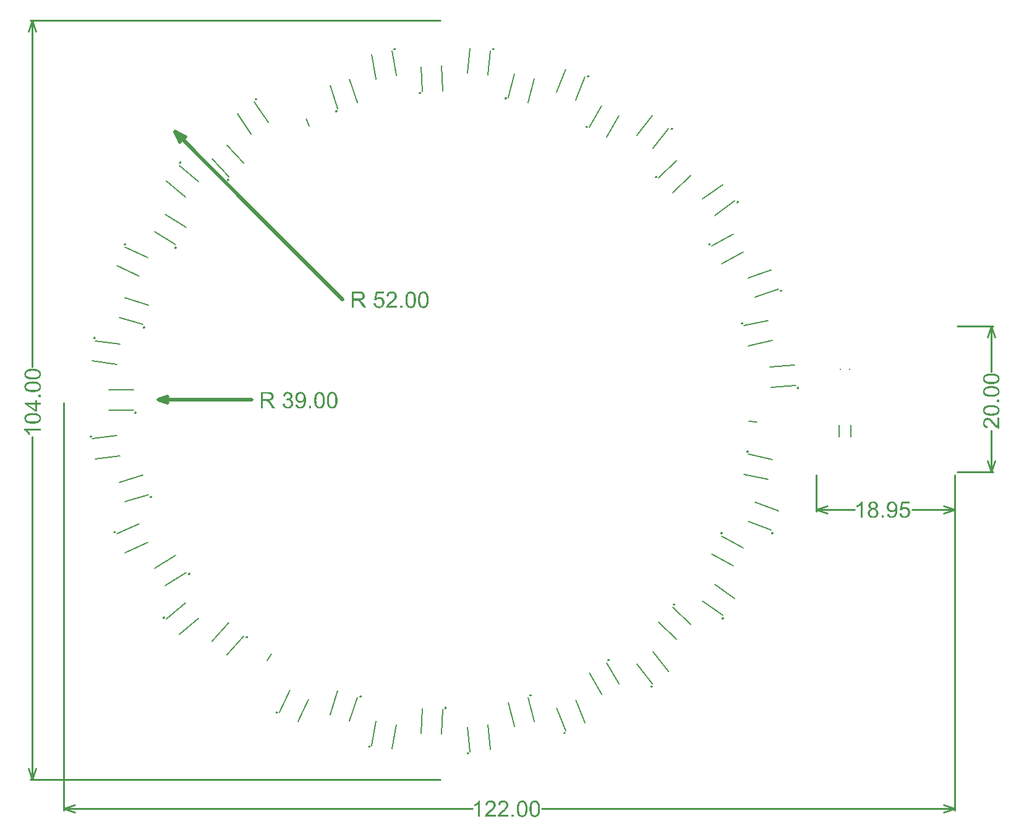
<source format=gto>
G04 Layer_Color=65535*
%FSLAX44Y44*%
%MOMM*%
G71*
G01*
G75*
%ADD103C,0.3048*%
%ADD104C,0.2000*%
%ADD105C,0.2032*%
%ADD106C,0.5080*%
%ADD107C,0.2540*%
G36*
X603248Y-161394D02*
X600124D01*
Y-158269D01*
X603248D01*
Y-161394D01*
D02*
G37*
G36*
X614625Y-139014D02*
X614794D01*
X615032Y-139048D01*
X615575Y-139116D01*
X616187Y-139286D01*
X616832Y-139489D01*
X617545Y-139761D01*
X618224Y-140169D01*
X618258D01*
X618292Y-140237D01*
X618394Y-140304D01*
X618530Y-140372D01*
X618836Y-140644D01*
X619243Y-141018D01*
X619685Y-141527D01*
X620160Y-142070D01*
X620602Y-142750D01*
X620975Y-143531D01*
Y-143565D01*
X621009Y-143632D01*
X621077Y-143768D01*
X621111Y-143938D01*
X621213Y-144142D01*
X621281Y-144414D01*
X621349Y-144753D01*
X621451Y-145127D01*
X621552Y-145534D01*
X621620Y-146010D01*
X621722Y-146519D01*
X621790Y-147063D01*
X621824Y-147674D01*
X621892Y-148319D01*
X621926Y-149032D01*
Y-149779D01*
Y-149813D01*
Y-149983D01*
Y-150187D01*
Y-150492D01*
X621892Y-150832D01*
Y-151273D01*
X621858Y-151715D01*
X621824Y-152224D01*
X621688Y-153311D01*
X621518Y-154466D01*
X621281Y-155586D01*
X621145Y-156096D01*
X620975Y-156605D01*
Y-156639D01*
X620941Y-156707D01*
X620873Y-156843D01*
X620805Y-157013D01*
X620703Y-157250D01*
X620602Y-157488D01*
X620296Y-158032D01*
X619888Y-158677D01*
X619413Y-159322D01*
X618870Y-159933D01*
X618224Y-160477D01*
X618190D01*
X618156Y-160544D01*
X618055Y-160578D01*
X617885Y-160680D01*
X617715Y-160782D01*
X617511Y-160884D01*
X617002Y-161122D01*
X616357Y-161360D01*
X615643Y-161563D01*
X614794Y-161699D01*
X613911Y-161767D01*
X613674D01*
X613470Y-161733D01*
X613266D01*
X612994Y-161699D01*
X612383Y-161597D01*
X611704Y-161427D01*
X610991Y-161156D01*
X610312Y-160816D01*
X609632Y-160341D01*
X609599Y-160307D01*
X609565Y-160273D01*
X609361Y-160069D01*
X609089Y-159729D01*
X608750Y-159288D01*
X608410Y-158711D01*
X608104Y-157998D01*
X607833Y-157183D01*
X607663Y-156232D01*
X610278Y-156028D01*
Y-156062D01*
Y-156096D01*
X610312Y-156198D01*
X610346Y-156334D01*
X610414Y-156673D01*
X610549Y-157047D01*
X610719Y-157488D01*
X610923Y-157930D01*
X611195Y-158371D01*
X611534Y-158711D01*
X611568Y-158745D01*
X611704Y-158847D01*
X611908Y-158982D01*
X612213Y-159118D01*
X612553Y-159254D01*
X612961Y-159390D01*
X613436Y-159492D01*
X613979Y-159526D01*
X614183D01*
X614421Y-159492D01*
X614726Y-159458D01*
X615066Y-159390D01*
X615440Y-159288D01*
X615813Y-159152D01*
X616187Y-158948D01*
X616221Y-158914D01*
X616357Y-158847D01*
X616526Y-158711D01*
X616730Y-158541D01*
X617002Y-158337D01*
X617239Y-158065D01*
X617511Y-157760D01*
X617749Y-157420D01*
X617783Y-157386D01*
X617851Y-157250D01*
X617953Y-157013D01*
X618122Y-156707D01*
X618258Y-156334D01*
X618428Y-155892D01*
X618598Y-155383D01*
X618768Y-154805D01*
Y-154771D01*
X618802Y-154737D01*
Y-154635D01*
X618836Y-154534D01*
X618904Y-154194D01*
X618971Y-153752D01*
X619039Y-153243D01*
X619107Y-152700D01*
X619175Y-152088D01*
Y-151443D01*
Y-151409D01*
Y-151307D01*
Y-151138D01*
Y-150900D01*
X619141Y-150968D01*
X619005Y-151104D01*
X618836Y-151375D01*
X618564Y-151647D01*
X618258Y-151987D01*
X617851Y-152360D01*
X617409Y-152700D01*
X616900Y-153039D01*
X616832Y-153073D01*
X616662Y-153175D01*
X616357Y-153277D01*
X615983Y-153413D01*
X615541Y-153583D01*
X615032Y-153685D01*
X614455Y-153786D01*
X613843Y-153820D01*
X613572D01*
X613368Y-153786D01*
X613130Y-153752D01*
X612859Y-153719D01*
X612213Y-153583D01*
X611466Y-153345D01*
X611093Y-153175D01*
X610685Y-152971D01*
X610312Y-152734D01*
X609904Y-152462D01*
X609531Y-152156D01*
X609157Y-151817D01*
X609123Y-151783D01*
X609089Y-151715D01*
X608987Y-151613D01*
X608851Y-151443D01*
X608716Y-151240D01*
X608546Y-151002D01*
X608376Y-150730D01*
X608206Y-150391D01*
X608036Y-150051D01*
X607867Y-149643D01*
X607697Y-149202D01*
X607561Y-148727D01*
X607425Y-148217D01*
X607323Y-147708D01*
X607289Y-147130D01*
X607255Y-146519D01*
Y-146485D01*
Y-146383D01*
Y-146180D01*
X607289Y-145942D01*
X607323Y-145670D01*
X607357Y-145330D01*
X607425Y-144957D01*
X607493Y-144549D01*
X607731Y-143700D01*
X607901Y-143225D01*
X608104Y-142783D01*
X608308Y-142308D01*
X608580Y-141867D01*
X608885Y-141459D01*
X609225Y-141052D01*
X609259Y-141018D01*
X609327Y-140950D01*
X609429Y-140848D01*
X609599Y-140712D01*
X609768Y-140576D01*
X610006Y-140406D01*
X610278Y-140203D01*
X610617Y-139999D01*
X610957Y-139829D01*
X611330Y-139625D01*
X612179Y-139286D01*
X612655Y-139184D01*
X613164Y-139082D01*
X613708Y-139014D01*
X614251Y-138980D01*
X614455D01*
X614625Y-139014D01*
D02*
G37*
G36*
X574280Y-161394D02*
X571530D01*
Y-143938D01*
X571496Y-143972D01*
X571360Y-144108D01*
X571122Y-144278D01*
X570816Y-144515D01*
X570443Y-144821D01*
X570001Y-145127D01*
X569492Y-145500D01*
X568915Y-145840D01*
X568881D01*
X568847Y-145874D01*
X568643Y-146010D01*
X568337Y-146180D01*
X567964Y-146383D01*
X567522Y-146621D01*
X567047Y-146825D01*
X566538Y-147063D01*
X566062Y-147266D01*
Y-144583D01*
X566096D01*
X566164Y-144549D01*
X566300Y-144481D01*
X566436Y-144380D01*
X566639Y-144278D01*
X566877Y-144176D01*
X567421Y-143870D01*
X568032Y-143497D01*
X568711Y-143055D01*
X569390Y-142546D01*
X570035Y-142002D01*
X570069Y-141968D01*
X570103Y-141934D01*
X570307Y-141731D01*
X570613Y-141425D01*
X570986Y-141052D01*
X571394Y-140576D01*
X571801Y-140067D01*
X572175Y-139523D01*
X572481Y-138980D01*
X574280D01*
Y-161394D01*
D02*
G37*
G36*
X-561125Y42610D02*
X-560751D01*
X-560310Y42576D01*
X-559834Y42542D01*
X-558815Y42440D01*
X-557763Y42304D01*
X-556710Y42100D01*
X-556234Y41964D01*
X-555759Y41828D01*
X-555725D01*
X-555657Y41795D01*
X-555521Y41761D01*
X-555351Y41693D01*
X-555148Y41591D01*
X-554944Y41489D01*
X-554401Y41217D01*
X-553789Y40878D01*
X-553178Y40470D01*
X-552567Y39995D01*
X-552023Y39417D01*
Y39383D01*
X-551955Y39349D01*
X-551922Y39248D01*
X-551820Y39146D01*
X-551616Y38772D01*
X-551378Y38331D01*
X-551141Y37719D01*
X-550937Y37040D01*
X-550801Y36259D01*
X-550733Y35376D01*
Y35342D01*
Y35240D01*
Y35071D01*
X-550767Y34833D01*
X-550801Y34561D01*
X-550869Y34255D01*
X-550937Y33916D01*
X-551005Y33542D01*
X-551276Y32727D01*
X-551480Y32286D01*
X-551684Y31878D01*
X-551955Y31437D01*
X-552261Y31029D01*
X-552601Y30656D01*
X-553008Y30282D01*
X-553042Y30248D01*
X-553144Y30180D01*
X-553314Y30078D01*
X-553552Y29943D01*
X-553857Y29773D01*
X-554231Y29603D01*
X-554672Y29399D01*
X-555216Y29195D01*
X-555793Y28992D01*
X-556472Y28788D01*
X-557219Y28618D01*
X-558034Y28448D01*
X-558951Y28312D01*
X-559902Y28211D01*
X-560989Y28143D01*
X-562109Y28109D01*
X-562755D01*
X-563094Y28143D01*
X-563468D01*
X-563909Y28177D01*
X-564385Y28211D01*
X-565404Y28312D01*
X-566456Y28448D01*
X-567509Y28618D01*
X-567985Y28754D01*
X-568460Y28890D01*
X-568494D01*
X-568562Y28924D01*
X-568698Y28992D01*
X-568867Y29060D01*
X-569071Y29128D01*
X-569309Y29229D01*
X-569852Y29501D01*
X-570464Y29841D01*
X-571075Y30248D01*
X-571652Y30724D01*
X-572196Y31301D01*
Y31335D01*
X-572263Y31369D01*
X-572331Y31471D01*
X-572399Y31607D01*
X-572603Y31946D01*
X-572875Y32422D01*
X-573112Y32999D01*
X-573316Y33712D01*
X-573452Y34493D01*
X-573520Y35376D01*
Y35410D01*
Y35444D01*
Y35546D01*
Y35682D01*
X-573486Y36021D01*
X-573418Y36429D01*
X-573350Y36904D01*
X-573214Y37448D01*
X-573011Y37991D01*
X-572773Y38500D01*
X-572739Y38568D01*
X-572637Y38738D01*
X-572467Y38976D01*
X-572263Y39315D01*
X-571958Y39655D01*
X-571584Y40029D01*
X-571177Y40402D01*
X-570701Y40742D01*
X-570633Y40776D01*
X-570464Y40878D01*
X-570158Y41047D01*
X-569784Y41251D01*
X-569309Y41455D01*
X-568732Y41693D01*
X-568086Y41930D01*
X-567373Y42134D01*
X-567339D01*
X-567271Y42168D01*
X-567169D01*
X-567000Y42202D01*
X-566830Y42270D01*
X-566592Y42304D01*
X-566287Y42338D01*
X-565981Y42406D01*
X-565607Y42440D01*
X-565234Y42474D01*
X-564792Y42542D01*
X-564317Y42576D01*
X-563807Y42610D01*
X-563298D01*
X-562109Y42643D01*
X-561464D01*
X-561125Y42610D01*
D02*
G37*
G36*
X588985Y-139014D02*
X589257D01*
X589528Y-139082D01*
X590207Y-139184D01*
X590955Y-139388D01*
X591736Y-139693D01*
X592143Y-139897D01*
X592517Y-140101D01*
X592890Y-140372D01*
X593230Y-140678D01*
X593264Y-140712D01*
X593298Y-140746D01*
X593400Y-140848D01*
X593502Y-140984D01*
X593637Y-141153D01*
X593807Y-141357D01*
X594147Y-141833D01*
X594453Y-142444D01*
X594758Y-143157D01*
X594962Y-143938D01*
X594996Y-144380D01*
X595030Y-144821D01*
Y-144889D01*
Y-145093D01*
X594996Y-145365D01*
X594928Y-145738D01*
X594826Y-146180D01*
X594690Y-146621D01*
X594486Y-147096D01*
X594215Y-147538D01*
X594181Y-147572D01*
X594079Y-147708D01*
X593875Y-147912D01*
X593604Y-148183D01*
X593264Y-148455D01*
X592822Y-148727D01*
X592313Y-149032D01*
X591736Y-149270D01*
X591770D01*
X591838Y-149304D01*
X591939Y-149338D01*
X592075Y-149406D01*
X592449Y-149576D01*
X592890Y-149779D01*
X593400Y-150085D01*
X593909Y-150458D01*
X594418Y-150934D01*
X594860Y-151443D01*
X594894Y-151511D01*
X595030Y-151715D01*
X595200Y-152021D01*
X595403Y-152462D01*
X595607Y-152971D01*
X595777Y-153583D01*
X595913Y-154262D01*
X595947Y-155009D01*
Y-155043D01*
Y-155145D01*
Y-155281D01*
X595913Y-155485D01*
X595879Y-155722D01*
X595845Y-156028D01*
X595709Y-156707D01*
X595437Y-157454D01*
X595302Y-157862D01*
X595098Y-158269D01*
X594860Y-158677D01*
X594588Y-159084D01*
X594283Y-159458D01*
X593909Y-159831D01*
X593875Y-159865D01*
X593807Y-159899D01*
X593705Y-160001D01*
X593535Y-160137D01*
X593332Y-160273D01*
X593094Y-160443D01*
X592822Y-160612D01*
X592483Y-160782D01*
X592109Y-160986D01*
X591702Y-161156D01*
X591260Y-161326D01*
X590785Y-161461D01*
X590309Y-161597D01*
X589766Y-161699D01*
X589189Y-161733D01*
X588577Y-161767D01*
X588272D01*
X588034Y-161733D01*
X587762Y-161699D01*
X587423Y-161665D01*
X587083Y-161597D01*
X586676Y-161529D01*
X585827Y-161292D01*
X585385Y-161122D01*
X584944Y-160952D01*
X584502Y-160714D01*
X584061Y-160477D01*
X583653Y-160171D01*
X583246Y-159831D01*
X583212Y-159797D01*
X583144Y-159729D01*
X583076Y-159628D01*
X582940Y-159492D01*
X582770Y-159288D01*
X582601Y-159050D01*
X582431Y-158779D01*
X582261Y-158473D01*
X582057Y-158133D01*
X581887Y-157760D01*
X581548Y-156945D01*
X581412Y-156469D01*
X581344Y-155994D01*
X581276Y-155485D01*
X581242Y-154941D01*
Y-154907D01*
Y-154839D01*
Y-154737D01*
X581276Y-154568D01*
Y-154398D01*
X581310Y-154160D01*
X581378Y-153685D01*
X581514Y-153107D01*
X581717Y-152496D01*
X581955Y-151885D01*
X582329Y-151307D01*
Y-151273D01*
X582397Y-151240D01*
X582533Y-151070D01*
X582804Y-150798D01*
X583144Y-150492D01*
X583585Y-150153D01*
X584129Y-149813D01*
X584774Y-149508D01*
X585487Y-149270D01*
X585453D01*
X585419Y-149236D01*
X585215Y-149168D01*
X584910Y-148998D01*
X584536Y-148828D01*
X584095Y-148557D01*
X583687Y-148251D01*
X583280Y-147912D01*
X582940Y-147504D01*
X582906Y-147436D01*
X582804Y-147300D01*
X582668Y-147063D01*
X582533Y-146723D01*
X582397Y-146315D01*
X582261Y-145840D01*
X582159Y-145330D01*
X582125Y-144753D01*
Y-144719D01*
Y-144651D01*
Y-144515D01*
X582159Y-144346D01*
X582193Y-144142D01*
X582227Y-143904D01*
X582329Y-143327D01*
X582533Y-142682D01*
X582872Y-142002D01*
X583042Y-141629D01*
X583280Y-141289D01*
X583551Y-140950D01*
X583857Y-140644D01*
X583891Y-140610D01*
X583925Y-140576D01*
X584027Y-140474D01*
X584163Y-140372D01*
X584366Y-140271D01*
X584570Y-140101D01*
X584808Y-139965D01*
X585113Y-139795D01*
X585759Y-139489D01*
X586574Y-139252D01*
X587491Y-139048D01*
X587966Y-139014D01*
X588509Y-138980D01*
X588781D01*
X588985Y-139014D01*
D02*
G37*
G36*
X761394Y-2729D02*
X758269D01*
Y396D01*
X761394D01*
Y-2729D01*
D02*
G37*
G36*
X751375Y18904D02*
X751749D01*
X752190Y18870D01*
X752666Y18836D01*
X753685Y18734D01*
X754737Y18598D01*
X755790Y18394D01*
X756266Y18259D01*
X756741Y18123D01*
X756775D01*
X756843Y18089D01*
X756979Y18055D01*
X757149Y17987D01*
X757352Y17885D01*
X757556Y17783D01*
X758099Y17511D01*
X758711Y17172D01*
X759322Y16764D01*
X759933Y16289D01*
X760477Y15712D01*
Y15678D01*
X760545Y15644D01*
X760579Y15542D01*
X760680Y15440D01*
X760884Y15066D01*
X761122Y14625D01*
X761359Y14014D01*
X761563Y13334D01*
X761699Y12553D01*
X761767Y11670D01*
Y11636D01*
Y11535D01*
Y11365D01*
X761733Y11127D01*
X761699Y10855D01*
X761631Y10550D01*
X761563Y10210D01*
X761495Y9837D01*
X761224Y9021D01*
X761020Y8580D01*
X760816Y8173D01*
X760545Y7731D01*
X760239Y7323D01*
X759899Y6950D01*
X759492Y6576D01*
X759458Y6542D01*
X759356Y6474D01*
X759186Y6373D01*
X758948Y6237D01*
X758643Y6067D01*
X758269Y5897D01*
X757828Y5693D01*
X757284Y5490D01*
X756707Y5286D01*
X756028Y5082D01*
X755281Y4912D01*
X754466Y4743D01*
X753549Y4607D01*
X752598Y4505D01*
X751511Y4437D01*
X750390Y4403D01*
X749745D01*
X749406Y4437D01*
X749032D01*
X748591Y4471D01*
X748115Y4505D01*
X747096Y4607D01*
X746044Y4743D01*
X744991Y4912D01*
X744516Y5048D01*
X744040Y5184D01*
X744006D01*
X743938Y5218D01*
X743802Y5286D01*
X743633Y5354D01*
X743429Y5422D01*
X743191Y5524D01*
X742648Y5795D01*
X742036Y6135D01*
X741425Y6542D01*
X740848Y7018D01*
X740304Y7595D01*
Y7629D01*
X740237Y7663D01*
X740169Y7765D01*
X740101Y7901D01*
X739897Y8240D01*
X739625Y8716D01*
X739388Y9293D01*
X739184Y10006D01*
X739048Y10787D01*
X738980Y11670D01*
Y11704D01*
Y11738D01*
Y11840D01*
Y11976D01*
X739014Y12316D01*
X739082Y12723D01*
X739150Y13199D01*
X739286Y13742D01*
X739489Y14285D01*
X739727Y14795D01*
X739761Y14863D01*
X739863Y15032D01*
X740033Y15270D01*
X740237Y15610D01*
X740542Y15949D01*
X740916Y16323D01*
X741323Y16696D01*
X741799Y17036D01*
X741867Y17070D01*
X742036Y17172D01*
X742342Y17342D01*
X742716Y17545D01*
X743191Y17749D01*
X743768Y17987D01*
X744414Y18225D01*
X745127Y18428D01*
X745161D01*
X745229Y18462D01*
X745331D01*
X745500Y18496D01*
X745670Y18564D01*
X745908Y18598D01*
X746214Y18632D01*
X746519Y18700D01*
X746893Y18734D01*
X747266Y18768D01*
X747708Y18836D01*
X748183Y18870D01*
X748692Y18904D01*
X749202D01*
X750390Y18938D01*
X751036D01*
X751375Y18904D01*
D02*
G37*
G36*
Y-7075D02*
X751749D01*
X752190Y-7109D01*
X752666Y-7143D01*
X753685Y-7245D01*
X754737Y-7381D01*
X755790Y-7585D01*
X756266Y-7721D01*
X756741Y-7857D01*
X756775D01*
X756843Y-7890D01*
X756979Y-7924D01*
X757149Y-7992D01*
X757352Y-8094D01*
X757556Y-8196D01*
X758099Y-8468D01*
X758711Y-8807D01*
X759322Y-9215D01*
X759933Y-9690D01*
X760477Y-10268D01*
Y-10302D01*
X760545Y-10336D01*
X760579Y-10438D01*
X760680Y-10539D01*
X760884Y-10913D01*
X761122Y-11354D01*
X761359Y-11966D01*
X761563Y-12645D01*
X761699Y-13426D01*
X761767Y-14309D01*
Y-14343D01*
Y-14445D01*
Y-14614D01*
X761733Y-14852D01*
X761699Y-15124D01*
X761631Y-15430D01*
X761563Y-15769D01*
X761495Y-16143D01*
X761224Y-16958D01*
X761020Y-17399D01*
X760816Y-17807D01*
X760545Y-18248D01*
X760239Y-18656D01*
X759899Y-19029D01*
X759492Y-19403D01*
X759458Y-19437D01*
X759356Y-19505D01*
X759186Y-19607D01*
X758948Y-19742D01*
X758643Y-19912D01*
X758269Y-20082D01*
X757828Y-20286D01*
X757284Y-20490D01*
X756707Y-20693D01*
X756028Y-20897D01*
X755281Y-21067D01*
X754466Y-21237D01*
X753549Y-21372D01*
X752598Y-21474D01*
X751511Y-21542D01*
X750390Y-21576D01*
X749745D01*
X749406Y-21542D01*
X749032D01*
X748591Y-21508D01*
X748115Y-21474D01*
X747096Y-21372D01*
X746044Y-21237D01*
X744991Y-21067D01*
X744516Y-20931D01*
X744040Y-20795D01*
X744006D01*
X743938Y-20761D01*
X743802Y-20693D01*
X743633Y-20625D01*
X743429Y-20557D01*
X743191Y-20456D01*
X742648Y-20184D01*
X742036Y-19844D01*
X741425Y-19437D01*
X740848Y-18961D01*
X740304Y-18384D01*
Y-18350D01*
X740237Y-18316D01*
X740169Y-18214D01*
X740101Y-18078D01*
X739897Y-17739D01*
X739625Y-17263D01*
X739388Y-16686D01*
X739184Y-15973D01*
X739048Y-15192D01*
X738980Y-14309D01*
Y-14275D01*
Y-14241D01*
Y-14139D01*
Y-14003D01*
X739014Y-13664D01*
X739082Y-13256D01*
X739150Y-12781D01*
X739286Y-12237D01*
X739489Y-11694D01*
X739727Y-11185D01*
X739761Y-11117D01*
X739863Y-10947D01*
X740033Y-10709D01*
X740237Y-10369D01*
X740542Y-10030D01*
X740916Y-9656D01*
X741323Y-9283D01*
X741799Y-8943D01*
X741867Y-8909D01*
X742036Y-8807D01*
X742342Y-8638D01*
X742716Y-8434D01*
X743191Y-8230D01*
X743768Y-7992D01*
X744414Y-7755D01*
X745127Y-7551D01*
X745161D01*
X745229Y-7517D01*
X745331D01*
X745500Y-7483D01*
X745670Y-7415D01*
X745908Y-7381D01*
X746214Y-7347D01*
X746519Y-7279D01*
X746893Y-7245D01*
X747266Y-7211D01*
X747708Y-7143D01*
X748183Y-7109D01*
X748692Y-7075D01*
X749202D01*
X750390Y-7042D01*
X751036D01*
X751375Y-7075D01*
D02*
G37*
G36*
X638295Y-142036D02*
X629397D01*
X628175Y-148047D01*
X628209Y-148013D01*
X628276Y-147979D01*
X628378Y-147912D01*
X628514Y-147810D01*
X628718Y-147708D01*
X628922Y-147606D01*
X629465Y-147334D01*
X630076Y-147063D01*
X630789Y-146859D01*
X631571Y-146689D01*
X632386Y-146621D01*
X632657D01*
X632861Y-146655D01*
X633133Y-146689D01*
X633404Y-146723D01*
X633744Y-146791D01*
X634084Y-146859D01*
X634865Y-147130D01*
X635272Y-147266D01*
X635680Y-147470D01*
X636121Y-147708D01*
X636529Y-147979D01*
X636936Y-148285D01*
X637310Y-148659D01*
X637344Y-148693D01*
X637412Y-148760D01*
X637514Y-148862D01*
X637615Y-149032D01*
X637785Y-149236D01*
X637955Y-149474D01*
X638125Y-149745D01*
X638329Y-150051D01*
X638532Y-150424D01*
X638702Y-150798D01*
X638872Y-151240D01*
X639042Y-151681D01*
X639144Y-152190D01*
X639245Y-152700D01*
X639313Y-153277D01*
X639347Y-153854D01*
Y-153888D01*
Y-153990D01*
Y-154160D01*
X639313Y-154364D01*
X639279Y-154635D01*
X639245Y-154941D01*
X639212Y-155281D01*
X639144Y-155654D01*
X638906Y-156469D01*
X638600Y-157318D01*
X638396Y-157794D01*
X638159Y-158235D01*
X637887Y-158677D01*
X637581Y-159084D01*
X637547Y-159118D01*
X637480Y-159186D01*
X637344Y-159322D01*
X637174Y-159492D01*
X636970Y-159696D01*
X636698Y-159933D01*
X636393Y-160171D01*
X636019Y-160409D01*
X635646Y-160680D01*
X635204Y-160918D01*
X634695Y-161156D01*
X634185Y-161360D01*
X633608Y-161529D01*
X633031Y-161665D01*
X632386Y-161733D01*
X631706Y-161767D01*
X631401D01*
X631197Y-161733D01*
X630959Y-161699D01*
X630654Y-161665D01*
X630314Y-161631D01*
X629940Y-161563D01*
X629159Y-161360D01*
X628344Y-161054D01*
X627937Y-160850D01*
X627529Y-160612D01*
X627122Y-160375D01*
X626748Y-160069D01*
X626714Y-160035D01*
X626680Y-160001D01*
X626578Y-159899D01*
X626443Y-159763D01*
X626307Y-159594D01*
X626137Y-159390D01*
X625967Y-159152D01*
X625763Y-158881D01*
X625390Y-158235D01*
X625016Y-157454D01*
X624745Y-156571D01*
X624643Y-156062D01*
X624575Y-155552D01*
X627461Y-155349D01*
Y-155383D01*
Y-155450D01*
X627495Y-155552D01*
X627529Y-155688D01*
X627631Y-156062D01*
X627767Y-156537D01*
X627937Y-157047D01*
X628209Y-157556D01*
X628514Y-158065D01*
X628922Y-158507D01*
X628990Y-158541D01*
X629125Y-158677D01*
X629363Y-158813D01*
X629703Y-159016D01*
X630110Y-159186D01*
X630586Y-159356D01*
X631129Y-159492D01*
X631706Y-159526D01*
X631910D01*
X632046Y-159492D01*
X632420Y-159458D01*
X632895Y-159356D01*
X633404Y-159152D01*
X633982Y-158914D01*
X634525Y-158541D01*
X634797Y-158337D01*
X635068Y-158065D01*
Y-158032D01*
X635136Y-157998D01*
X635272Y-157794D01*
X635510Y-157454D01*
X635748Y-157013D01*
X635985Y-156435D01*
X636223Y-155756D01*
X636359Y-154975D01*
X636427Y-154092D01*
Y-154058D01*
Y-153990D01*
Y-153854D01*
X636393Y-153719D01*
Y-153515D01*
X636359Y-153277D01*
X636257Y-152734D01*
X636121Y-152156D01*
X635883Y-151545D01*
X635544Y-150934D01*
X635102Y-150391D01*
X635034Y-150323D01*
X634865Y-150187D01*
X634593Y-149949D01*
X634185Y-149711D01*
X633710Y-149474D01*
X633099Y-149236D01*
X632420Y-149100D01*
X631672Y-149032D01*
X631435D01*
X631197Y-149066D01*
X630857Y-149100D01*
X630484Y-149202D01*
X630076Y-149304D01*
X629669Y-149474D01*
X629261Y-149677D01*
X629227Y-149711D01*
X629091Y-149779D01*
X628888Y-149915D01*
X628650Y-150085D01*
X628412Y-150323D01*
X628141Y-150594D01*
X627869Y-150900D01*
X627631Y-151240D01*
X625050Y-150866D01*
X627224Y-139422D01*
X638295D01*
Y-142036D01*
D02*
G37*
G36*
X761394Y-39269D02*
X761020D01*
X760782Y-39235D01*
X760510Y-39201D01*
X760205Y-39167D01*
X759865Y-39066D01*
X759526Y-38964D01*
X759492D01*
X759458Y-38930D01*
X759254Y-38862D01*
X758982Y-38726D01*
X758575Y-38522D01*
X758133Y-38284D01*
X757624Y-37945D01*
X757115Y-37605D01*
X756571Y-37164D01*
X756537D01*
X756503Y-37096D01*
X756300Y-36926D01*
X755994Y-36654D01*
X755586Y-36247D01*
X755111Y-35738D01*
X754534Y-35126D01*
X753888Y-34379D01*
X753175Y-33564D01*
X753141Y-33530D01*
X753039Y-33394D01*
X752904Y-33224D01*
X752666Y-32987D01*
X752428Y-32681D01*
X752122Y-32341D01*
X751477Y-31594D01*
X750696Y-30779D01*
X749915Y-29964D01*
X749541Y-29557D01*
X749168Y-29217D01*
X748794Y-28912D01*
X748455Y-28640D01*
X748421D01*
X748387Y-28572D01*
X748285Y-28504D01*
X748149Y-28436D01*
X747810Y-28232D01*
X747368Y-27995D01*
X746859Y-27757D01*
X746315Y-27553D01*
X745704Y-27417D01*
X745127Y-27349D01*
X745059D01*
X744855Y-27383D01*
X744549Y-27417D01*
X744176Y-27485D01*
X743734Y-27655D01*
X743293Y-27859D01*
X742818Y-28131D01*
X742376Y-28538D01*
X742342Y-28606D01*
X742206Y-28742D01*
X742036Y-29014D01*
X741799Y-29353D01*
X741595Y-29795D01*
X741425Y-30304D01*
X741289Y-30915D01*
X741255Y-31594D01*
Y-31628D01*
Y-31696D01*
Y-31798D01*
X741289Y-31934D01*
X741323Y-32274D01*
X741391Y-32715D01*
X741561Y-33224D01*
X741765Y-33768D01*
X742070Y-34277D01*
X742478Y-34753D01*
X742546Y-34787D01*
X742682Y-34922D01*
X742953Y-35126D01*
X743327Y-35330D01*
X743802Y-35568D01*
X744346Y-35738D01*
X744991Y-35873D01*
X745738Y-35941D01*
X745432Y-38760D01*
X745297D01*
X745127Y-38726D01*
X744923Y-38692D01*
X744651Y-38624D01*
X744346Y-38590D01*
X743667Y-38386D01*
X742885Y-38115D01*
X742104Y-37741D01*
X741323Y-37232D01*
X740984Y-36960D01*
X740644Y-36621D01*
X740610Y-36586D01*
X740576Y-36519D01*
X740474Y-36417D01*
X740372Y-36281D01*
X740270Y-36077D01*
X740101Y-35839D01*
X739965Y-35568D01*
X739795Y-35262D01*
X739659Y-34922D01*
X739489Y-34549D01*
X739354Y-34107D01*
X739252Y-33666D01*
X739048Y-32647D01*
X739014Y-32104D01*
X738980Y-31527D01*
Y-31493D01*
Y-31391D01*
Y-31221D01*
X739014Y-30983D01*
X739048Y-30712D01*
X739082Y-30406D01*
X739116Y-30066D01*
X739218Y-29693D01*
X739421Y-28878D01*
X739727Y-28029D01*
X739931Y-27587D01*
X740169Y-27180D01*
X740474Y-26806D01*
X740780Y-26432D01*
X740814Y-26399D01*
X740848Y-26365D01*
X740950Y-26263D01*
X741086Y-26127D01*
X741289Y-25991D01*
X741493Y-25821D01*
X742002Y-25482D01*
X742648Y-25142D01*
X743395Y-24836D01*
X744244Y-24599D01*
X744719Y-24565D01*
X745195Y-24531D01*
X745432D01*
X745704Y-24565D01*
X746044Y-24599D01*
X746451Y-24667D01*
X746893Y-24769D01*
X747368Y-24904D01*
X747843Y-25108D01*
X747912Y-25142D01*
X748081Y-25210D01*
X748319Y-25346D01*
X748659Y-25550D01*
X749066Y-25787D01*
X749541Y-26093D01*
X750017Y-26500D01*
X750560Y-26942D01*
X750628Y-27010D01*
X750832Y-27180D01*
X751138Y-27485D01*
X751341Y-27689D01*
X751579Y-27927D01*
X751851Y-28198D01*
X752156Y-28538D01*
X752462Y-28878D01*
X752836Y-29251D01*
X753209Y-29659D01*
X753617Y-30134D01*
X754024Y-30610D01*
X754500Y-31153D01*
X754534Y-31187D01*
X754602Y-31255D01*
X754703Y-31391D01*
X754839Y-31560D01*
X755179Y-31968D01*
X755620Y-32477D01*
X756096Y-32987D01*
X756571Y-33530D01*
X756979Y-33972D01*
X757149Y-34141D01*
X757318Y-34311D01*
X757352Y-34345D01*
X757454Y-34413D01*
X757590Y-34549D01*
X757794Y-34719D01*
X758235Y-35092D01*
X758779Y-35466D01*
Y-24497D01*
X761394D01*
Y-39269D01*
D02*
G37*
G36*
X-561125Y25290D02*
X-560751D01*
X-560310Y25256D01*
X-559834Y25222D01*
X-558815Y25120D01*
X-557763Y24984D01*
X-556710Y24781D01*
X-556234Y24645D01*
X-555759Y24509D01*
X-555725D01*
X-555657Y24475D01*
X-555521Y24441D01*
X-555351Y24373D01*
X-555148Y24271D01*
X-554944Y24169D01*
X-554401Y23898D01*
X-553789Y23558D01*
X-553178Y23151D01*
X-552567Y22675D01*
X-552023Y22098D01*
Y22064D01*
X-551955Y22030D01*
X-551922Y21928D01*
X-551820Y21826D01*
X-551616Y21453D01*
X-551378Y21011D01*
X-551141Y20400D01*
X-550937Y19721D01*
X-550801Y18940D01*
X-550733Y18057D01*
Y18023D01*
Y17921D01*
Y17751D01*
X-550767Y17513D01*
X-550801Y17242D01*
X-550869Y16936D01*
X-550937Y16596D01*
X-551005Y16223D01*
X-551276Y15408D01*
X-551480Y14966D01*
X-551684Y14559D01*
X-551955Y14117D01*
X-552261Y13710D01*
X-552601Y13336D01*
X-553008Y12963D01*
X-553042Y12929D01*
X-553144Y12861D01*
X-553314Y12759D01*
X-553552Y12623D01*
X-553857Y12453D01*
X-554231Y12283D01*
X-554672Y12080D01*
X-555216Y11876D01*
X-555793Y11672D01*
X-556472Y11468D01*
X-557219Y11299D01*
X-558034Y11129D01*
X-558951Y10993D01*
X-559902Y10891D01*
X-560989Y10823D01*
X-562109Y10789D01*
X-562755D01*
X-563094Y10823D01*
X-563468D01*
X-563909Y10857D01*
X-564385Y10891D01*
X-565404Y10993D01*
X-566456Y11129D01*
X-567509Y11299D01*
X-567985Y11434D01*
X-568460Y11570D01*
X-568494D01*
X-568562Y11604D01*
X-568698Y11672D01*
X-568867Y11740D01*
X-569071Y11808D01*
X-569309Y11910D01*
X-569852Y12182D01*
X-570464Y12521D01*
X-571075Y12929D01*
X-571652Y13404D01*
X-572196Y13981D01*
Y14015D01*
X-572263Y14049D01*
X-572331Y14151D01*
X-572399Y14287D01*
X-572603Y14627D01*
X-572875Y15102D01*
X-573112Y15679D01*
X-573316Y16393D01*
X-573452Y17174D01*
X-573520Y18057D01*
Y18091D01*
Y18125D01*
Y18226D01*
Y18362D01*
X-573486Y18702D01*
X-573418Y19109D01*
X-573350Y19585D01*
X-573214Y20128D01*
X-573011Y20672D01*
X-572773Y21181D01*
X-572739Y21249D01*
X-572637Y21419D01*
X-572467Y21656D01*
X-572263Y21996D01*
X-571958Y22336D01*
X-571584Y22709D01*
X-571177Y23083D01*
X-570701Y23422D01*
X-570633Y23456D01*
X-570464Y23558D01*
X-570158Y23728D01*
X-569784Y23932D01*
X-569309Y24135D01*
X-568732Y24373D01*
X-568086Y24611D01*
X-567373Y24815D01*
X-567339D01*
X-567271Y24849D01*
X-567169D01*
X-567000Y24883D01*
X-566830Y24950D01*
X-566592Y24984D01*
X-566287Y25018D01*
X-565981Y25086D01*
X-565607Y25120D01*
X-565234Y25154D01*
X-564792Y25222D01*
X-564317Y25256D01*
X-563807Y25290D01*
X-563298D01*
X-562109Y25324D01*
X-561464D01*
X-561125Y25290D01*
D02*
G37*
G36*
X65403Y-549014D02*
X65675Y-549048D01*
X65980Y-549082D01*
X66320Y-549116D01*
X66694Y-549218D01*
X67509Y-549422D01*
X68358Y-549727D01*
X68799Y-549931D01*
X69207Y-550169D01*
X69580Y-550474D01*
X69954Y-550780D01*
X69988Y-550814D01*
X70022Y-550848D01*
X70124Y-550950D01*
X70259Y-551086D01*
X70395Y-551289D01*
X70565Y-551493D01*
X70905Y-552002D01*
X71244Y-552648D01*
X71550Y-553395D01*
X71788Y-554244D01*
X71821Y-554719D01*
X71856Y-555195D01*
Y-555263D01*
Y-555432D01*
X71821Y-555704D01*
X71788Y-556044D01*
X71720Y-556451D01*
X71618Y-556893D01*
X71482Y-557368D01*
X71278Y-557844D01*
X71244Y-557911D01*
X71176Y-558081D01*
X71040Y-558319D01*
X70837Y-558659D01*
X70599Y-559066D01*
X70293Y-559542D01*
X69886Y-560017D01*
X69444Y-560560D01*
X69376Y-560628D01*
X69207Y-560832D01*
X68901Y-561138D01*
X68697Y-561341D01*
X68460Y-561579D01*
X68188Y-561851D01*
X67848Y-562156D01*
X67509Y-562462D01*
X67135Y-562836D01*
X66727Y-563209D01*
X66252Y-563617D01*
X65777Y-564024D01*
X65233Y-564500D01*
X65199Y-564534D01*
X65131Y-564602D01*
X64996Y-564703D01*
X64826Y-564839D01*
X64418Y-565179D01*
X63909Y-565620D01*
X63400Y-566096D01*
X62856Y-566571D01*
X62415Y-566979D01*
X62245Y-567149D01*
X62075Y-567318D01*
X62041Y-567352D01*
X61973Y-567454D01*
X61837Y-567590D01*
X61667Y-567794D01*
X61294Y-568235D01*
X60920Y-568779D01*
X71889D01*
Y-571394D01*
X57117D01*
Y-571359D01*
Y-571224D01*
Y-571020D01*
X57151Y-570782D01*
X57185Y-570510D01*
X57219Y-570205D01*
X57321Y-569865D01*
X57422Y-569526D01*
Y-569492D01*
X57456Y-569458D01*
X57524Y-569254D01*
X57660Y-568982D01*
X57864Y-568575D01*
X58102Y-568133D01*
X58441Y-567624D01*
X58781Y-567115D01*
X59222Y-566571D01*
Y-566537D01*
X59290Y-566503D01*
X59460Y-566300D01*
X59732Y-565994D01*
X60139Y-565586D01*
X60649Y-565111D01*
X61260Y-564534D01*
X62007Y-563888D01*
X62822Y-563175D01*
X62856Y-563141D01*
X62992Y-563039D01*
X63162Y-562904D01*
X63400Y-562666D01*
X63705Y-562428D01*
X64045Y-562122D01*
X64792Y-561477D01*
X65607Y-560696D01*
X66422Y-559915D01*
X66829Y-559542D01*
X67169Y-559168D01*
X67475Y-558794D01*
X67746Y-558455D01*
Y-558421D01*
X67814Y-558387D01*
X67882Y-558285D01*
X67950Y-558149D01*
X68154Y-557810D01*
X68392Y-557368D01*
X68629Y-556859D01*
X68833Y-556315D01*
X68969Y-555704D01*
X69037Y-555127D01*
Y-555093D01*
Y-555059D01*
X69003Y-554855D01*
X68969Y-554549D01*
X68901Y-554176D01*
X68731Y-553734D01*
X68527Y-553293D01*
X68256Y-552817D01*
X67848Y-552376D01*
X67780Y-552342D01*
X67644Y-552206D01*
X67373Y-552036D01*
X67033Y-551799D01*
X66592Y-551595D01*
X66082Y-551425D01*
X65471Y-551289D01*
X64792Y-551255D01*
X64588D01*
X64452Y-551289D01*
X64113Y-551323D01*
X63671Y-551391D01*
X63162Y-551561D01*
X62618Y-551765D01*
X62109Y-552070D01*
X61634Y-552478D01*
X61600Y-552546D01*
X61464Y-552682D01*
X61260Y-552953D01*
X61056Y-553327D01*
X60819Y-553802D01*
X60649Y-554346D01*
X60513Y-554991D01*
X60445Y-555738D01*
X57626Y-555432D01*
Y-555398D01*
Y-555297D01*
X57660Y-555127D01*
X57694Y-554923D01*
X57762Y-554651D01*
X57796Y-554346D01*
X58000Y-553666D01*
X58271Y-552885D01*
X58645Y-552104D01*
X59155Y-551323D01*
X59426Y-550984D01*
X59766Y-550644D01*
X59800Y-550610D01*
X59868Y-550576D01*
X59970Y-550474D01*
X60105Y-550372D01*
X60309Y-550271D01*
X60547Y-550101D01*
X60819Y-549965D01*
X61124Y-549795D01*
X61464Y-549659D01*
X61837Y-549489D01*
X62279Y-549354D01*
X62720Y-549252D01*
X63739Y-549048D01*
X64282Y-549014D01*
X64860Y-548980D01*
X65165D01*
X65403Y-549014D01*
D02*
G37*
G36*
X82723D02*
X82994Y-549048D01*
X83300Y-549082D01*
X83639Y-549116D01*
X84013Y-549218D01*
X84828Y-549422D01*
X85677Y-549727D01*
X86119Y-549931D01*
X86526Y-550169D01*
X86900Y-550474D01*
X87273Y-550780D01*
X87307Y-550814D01*
X87341Y-550848D01*
X87443Y-550950D01*
X87579Y-551086D01*
X87715Y-551289D01*
X87885Y-551493D01*
X88224Y-552002D01*
X88564Y-552648D01*
X88869Y-553395D01*
X89107Y-554244D01*
X89141Y-554719D01*
X89175Y-555195D01*
Y-555263D01*
Y-555432D01*
X89141Y-555704D01*
X89107Y-556044D01*
X89039Y-556451D01*
X88937Y-556893D01*
X88801Y-557368D01*
X88598Y-557844D01*
X88564Y-557911D01*
X88496Y-558081D01*
X88360Y-558319D01*
X88156Y-558659D01*
X87918Y-559066D01*
X87613Y-559542D01*
X87205Y-560017D01*
X86764Y-560560D01*
X86696Y-560628D01*
X86526Y-560832D01*
X86221Y-561138D01*
X86017Y-561341D01*
X85779Y-561579D01*
X85507Y-561851D01*
X85168Y-562156D01*
X84828Y-562462D01*
X84454Y-562836D01*
X84047Y-563209D01*
X83572Y-563617D01*
X83096Y-564024D01*
X82553Y-564500D01*
X82519Y-564534D01*
X82451Y-564602D01*
X82315Y-564703D01*
X82145Y-564839D01*
X81738Y-565179D01*
X81228Y-565620D01*
X80719Y-566096D01*
X80176Y-566571D01*
X79734Y-566979D01*
X79564Y-567149D01*
X79394Y-567318D01*
X79361Y-567352D01*
X79293Y-567454D01*
X79157Y-567590D01*
X78987Y-567794D01*
X78614Y-568235D01*
X78240Y-568779D01*
X89209D01*
Y-571394D01*
X74436D01*
Y-571359D01*
Y-571224D01*
Y-571020D01*
X74470Y-570782D01*
X74504Y-570510D01*
X74538Y-570205D01*
X74640Y-569865D01*
X74742Y-569526D01*
Y-569492D01*
X74776Y-569458D01*
X74844Y-569254D01*
X74980Y-568982D01*
X75184Y-568575D01*
X75421Y-568133D01*
X75761Y-567624D01*
X76100Y-567115D01*
X76542Y-566571D01*
Y-566537D01*
X76610Y-566503D01*
X76780Y-566300D01*
X77051Y-565994D01*
X77459Y-565586D01*
X77968Y-565111D01*
X78580Y-564534D01*
X79327Y-563888D01*
X80142Y-563175D01*
X80176Y-563141D01*
X80311Y-563039D01*
X80481Y-562904D01*
X80719Y-562666D01*
X81025Y-562428D01*
X81364Y-562122D01*
X82111Y-561477D01*
X82926Y-560696D01*
X83741Y-559915D01*
X84149Y-559542D01*
X84488Y-559168D01*
X84794Y-558794D01*
X85066Y-558455D01*
Y-558421D01*
X85134Y-558387D01*
X85202Y-558285D01*
X85270Y-558149D01*
X85473Y-557810D01*
X85711Y-557368D01*
X85949Y-556859D01*
X86152Y-556315D01*
X86288Y-555704D01*
X86356Y-555127D01*
Y-555093D01*
Y-555059D01*
X86322Y-554855D01*
X86288Y-554549D01*
X86221Y-554176D01*
X86051Y-553734D01*
X85847Y-553293D01*
X85575Y-552817D01*
X85168Y-552376D01*
X85100Y-552342D01*
X84964Y-552206D01*
X84692Y-552036D01*
X84353Y-551799D01*
X83911Y-551595D01*
X83402Y-551425D01*
X82790Y-551289D01*
X82111Y-551255D01*
X81908D01*
X81772Y-551289D01*
X81432Y-551323D01*
X80991Y-551391D01*
X80481Y-551561D01*
X79938Y-551765D01*
X79429Y-552070D01*
X78953Y-552478D01*
X78919Y-552546D01*
X78783Y-552682D01*
X78580Y-552953D01*
X78376Y-553327D01*
X78138Y-553802D01*
X77968Y-554346D01*
X77832Y-554991D01*
X77765Y-555738D01*
X74946Y-555432D01*
Y-555398D01*
Y-555297D01*
X74980Y-555127D01*
X75014Y-554923D01*
X75082Y-554651D01*
X75116Y-554346D01*
X75319Y-553666D01*
X75591Y-552885D01*
X75965Y-552104D01*
X76474Y-551323D01*
X76746Y-550984D01*
X77085Y-550644D01*
X77119Y-550610D01*
X77187Y-550576D01*
X77289Y-550474D01*
X77425Y-550372D01*
X77629Y-550271D01*
X77866Y-550101D01*
X78138Y-549965D01*
X78444Y-549795D01*
X78783Y-549659D01*
X79157Y-549489D01*
X79598Y-549354D01*
X80040Y-549252D01*
X81059Y-549048D01*
X81602Y-549014D01*
X82179Y-548980D01*
X82485D01*
X82723Y-549014D01*
D02*
G37*
G36*
X50495Y-571394D02*
X47744D01*
Y-553938D01*
X47710Y-553972D01*
X47574Y-554108D01*
X47337Y-554278D01*
X47031Y-554515D01*
X46657Y-554821D01*
X46216Y-555127D01*
X45706Y-555500D01*
X45129Y-555840D01*
X45095D01*
X45061Y-555874D01*
X44857Y-556010D01*
X44552Y-556180D01*
X44178Y-556383D01*
X43737Y-556621D01*
X43261Y-556825D01*
X42752Y-557062D01*
X42277Y-557266D01*
Y-554583D01*
X42310D01*
X42378Y-554549D01*
X42514Y-554482D01*
X42650Y-554380D01*
X42854Y-554278D01*
X43092Y-554176D01*
X43635Y-553870D01*
X44246Y-553497D01*
X44925Y-553055D01*
X45605Y-552546D01*
X46250Y-552002D01*
X46284Y-551968D01*
X46318Y-551935D01*
X46521Y-551731D01*
X46827Y-551425D01*
X47201Y-551052D01*
X47608Y-550576D01*
X48016Y-550067D01*
X48389Y-549523D01*
X48695Y-548980D01*
X50495D01*
Y-571394D01*
D02*
G37*
G36*
X108702Y-549014D02*
X109109Y-549082D01*
X109585Y-549150D01*
X110128Y-549286D01*
X110672Y-549489D01*
X111181Y-549727D01*
X111249Y-549761D01*
X111419Y-549863D01*
X111656Y-550033D01*
X111996Y-550237D01*
X112336Y-550542D01*
X112709Y-550916D01*
X113083Y-551323D01*
X113422Y-551799D01*
X113456Y-551867D01*
X113558Y-552036D01*
X113728Y-552342D01*
X113932Y-552716D01*
X114135Y-553191D01*
X114373Y-553768D01*
X114611Y-554414D01*
X114815Y-555127D01*
Y-555161D01*
X114849Y-555229D01*
Y-555331D01*
X114882Y-555500D01*
X114950Y-555670D01*
X114984Y-555908D01*
X115018Y-556213D01*
X115086Y-556519D01*
X115120Y-556893D01*
X115154Y-557266D01*
X115222Y-557708D01*
X115256Y-558183D01*
X115290Y-558693D01*
Y-559202D01*
X115324Y-560391D01*
Y-560424D01*
Y-560560D01*
Y-560764D01*
Y-561036D01*
X115290Y-561375D01*
Y-561749D01*
X115256Y-562190D01*
X115222Y-562666D01*
X115120Y-563685D01*
X114984Y-564737D01*
X114781Y-565790D01*
X114645Y-566266D01*
X114509Y-566741D01*
Y-566775D01*
X114475Y-566843D01*
X114441Y-566979D01*
X114373Y-567149D01*
X114271Y-567352D01*
X114169Y-567556D01*
X113898Y-568099D01*
X113558Y-568711D01*
X113151Y-569322D01*
X112675Y-569933D01*
X112098Y-570477D01*
X112064D01*
X112030Y-570545D01*
X111928Y-570578D01*
X111826Y-570680D01*
X111453Y-570884D01*
X111011Y-571122D01*
X110400Y-571359D01*
X109721Y-571563D01*
X108940Y-571699D01*
X108057Y-571767D01*
X107751D01*
X107513Y-571733D01*
X107242Y-571699D01*
X106936Y-571631D01*
X106596Y-571563D01*
X106223Y-571495D01*
X105408Y-571224D01*
X104966Y-571020D01*
X104559Y-570816D01*
X104117Y-570545D01*
X103710Y-570239D01*
X103336Y-569899D01*
X102963Y-569492D01*
X102929Y-569458D01*
X102861Y-569356D01*
X102759Y-569186D01*
X102623Y-568948D01*
X102453Y-568643D01*
X102283Y-568269D01*
X102080Y-567828D01*
X101876Y-567284D01*
X101672Y-566707D01*
X101468Y-566028D01*
X101299Y-565281D01*
X101129Y-564466D01*
X100993Y-563549D01*
X100891Y-562598D01*
X100823Y-561511D01*
X100789Y-560391D01*
Y-560357D01*
Y-560221D01*
Y-560017D01*
Y-559745D01*
X100823Y-559406D01*
Y-559032D01*
X100857Y-558591D01*
X100891Y-558115D01*
X100993Y-557096D01*
X101129Y-556044D01*
X101299Y-554991D01*
X101434Y-554515D01*
X101570Y-554040D01*
Y-554006D01*
X101604Y-553938D01*
X101672Y-553802D01*
X101740Y-553633D01*
X101808Y-553429D01*
X101910Y-553191D01*
X102182Y-552648D01*
X102521Y-552036D01*
X102929Y-551425D01*
X103404Y-550848D01*
X103981Y-550304D01*
X104015D01*
X104049Y-550237D01*
X104151Y-550169D01*
X104287Y-550101D01*
X104627Y-549897D01*
X105102Y-549625D01*
X105679Y-549388D01*
X106393Y-549184D01*
X107174Y-549048D01*
X108057Y-548980D01*
X108362D01*
X108702Y-549014D01*
D02*
G37*
G36*
X126021D02*
X126429Y-549082D01*
X126904Y-549150D01*
X127448Y-549286D01*
X127991Y-549489D01*
X128500Y-549727D01*
X128568Y-549761D01*
X128738Y-549863D01*
X128976Y-550033D01*
X129315Y-550237D01*
X129655Y-550542D01*
X130029Y-550916D01*
X130402Y-551323D01*
X130742Y-551799D01*
X130776Y-551867D01*
X130878Y-552036D01*
X131047Y-552342D01*
X131251Y-552716D01*
X131455Y-553191D01*
X131693Y-553768D01*
X131930Y-554414D01*
X132134Y-555127D01*
Y-555161D01*
X132168Y-555229D01*
Y-555331D01*
X132202Y-555500D01*
X132270Y-555670D01*
X132304Y-555908D01*
X132338Y-556213D01*
X132406Y-556519D01*
X132440Y-556893D01*
X132474Y-557266D01*
X132542Y-557708D01*
X132576Y-558183D01*
X132610Y-558693D01*
Y-559202D01*
X132643Y-560391D01*
Y-560424D01*
Y-560560D01*
Y-560764D01*
Y-561036D01*
X132610Y-561375D01*
Y-561749D01*
X132576Y-562190D01*
X132542Y-562666D01*
X132440Y-563685D01*
X132304Y-564737D01*
X132100Y-565790D01*
X131964Y-566266D01*
X131828Y-566741D01*
Y-566775D01*
X131795Y-566843D01*
X131761Y-566979D01*
X131693Y-567149D01*
X131591Y-567352D01*
X131489Y-567556D01*
X131217Y-568099D01*
X130878Y-568711D01*
X130470Y-569322D01*
X129995Y-569933D01*
X129417Y-570477D01*
X129383D01*
X129349Y-570545D01*
X129248Y-570578D01*
X129146Y-570680D01*
X128772Y-570884D01*
X128331Y-571122D01*
X127719Y-571359D01*
X127040Y-571563D01*
X126259Y-571699D01*
X125376Y-571767D01*
X125070D01*
X124833Y-571733D01*
X124561Y-571699D01*
X124255Y-571631D01*
X123916Y-571563D01*
X123542Y-571495D01*
X122727Y-571224D01*
X122286Y-571020D01*
X121878Y-570816D01*
X121437Y-570545D01*
X121029Y-570239D01*
X120656Y-569899D01*
X120282Y-569492D01*
X120248Y-569458D01*
X120180Y-569356D01*
X120078Y-569186D01*
X119943Y-568948D01*
X119773Y-568643D01*
X119603Y-568269D01*
X119399Y-567828D01*
X119195Y-567284D01*
X118992Y-566707D01*
X118788Y-566028D01*
X118618Y-565281D01*
X118448Y-564466D01*
X118313Y-563549D01*
X118211Y-562598D01*
X118143Y-561511D01*
X118109Y-560391D01*
Y-560357D01*
Y-560221D01*
Y-560017D01*
Y-559745D01*
X118143Y-559406D01*
Y-559032D01*
X118177Y-558591D01*
X118211Y-558115D01*
X118313Y-557096D01*
X118448Y-556044D01*
X118618Y-554991D01*
X118754Y-554515D01*
X118890Y-554040D01*
Y-554006D01*
X118924Y-553938D01*
X118992Y-553802D01*
X119060Y-553633D01*
X119128Y-553429D01*
X119229Y-553191D01*
X119501Y-552648D01*
X119841Y-552036D01*
X120248Y-551425D01*
X120724Y-550848D01*
X121301Y-550304D01*
X121335D01*
X121369Y-550237D01*
X121471Y-550169D01*
X121607Y-550101D01*
X121946Y-549897D01*
X122422Y-549625D01*
X122999Y-549388D01*
X123712Y-549184D01*
X124493Y-549048D01*
X125376Y-548980D01*
X125682D01*
X126021Y-549014D01*
D02*
G37*
G36*
X-556438Y-3678D02*
X-551106D01*
Y-6428D01*
X-556438D01*
Y-16107D01*
X-558951D01*
X-573384Y-5919D01*
Y-3678D01*
X-558951D01*
Y-655D01*
X-556438D01*
Y-3678D01*
D02*
G37*
G36*
X-551106Y3658D02*
X-554231D01*
Y6782D01*
X-551106D01*
Y3658D01*
D02*
G37*
G36*
X-561125Y-18009D02*
X-560751D01*
X-560310Y-18043D01*
X-559834Y-18077D01*
X-558815Y-18178D01*
X-557763Y-18314D01*
X-556710Y-18518D01*
X-556234Y-18654D01*
X-555759Y-18790D01*
X-555725D01*
X-555657Y-18824D01*
X-555521Y-18858D01*
X-555351Y-18926D01*
X-555148Y-19028D01*
X-554944Y-19129D01*
X-554401Y-19401D01*
X-553789Y-19741D01*
X-553178Y-20148D01*
X-552567Y-20624D01*
X-552023Y-21201D01*
Y-21235D01*
X-551955Y-21269D01*
X-551922Y-21371D01*
X-551820Y-21473D01*
X-551616Y-21846D01*
X-551378Y-22288D01*
X-551141Y-22899D01*
X-550937Y-23578D01*
X-550801Y-24359D01*
X-550733Y-25242D01*
Y-25276D01*
Y-25378D01*
Y-25548D01*
X-550767Y-25786D01*
X-550801Y-26057D01*
X-550869Y-26363D01*
X-550937Y-26702D01*
X-551005Y-27076D01*
X-551276Y-27891D01*
X-551480Y-28333D01*
X-551684Y-28740D01*
X-551955Y-29181D01*
X-552261Y-29589D01*
X-552601Y-29963D01*
X-553008Y-30336D01*
X-553042Y-30370D01*
X-553144Y-30438D01*
X-553314Y-30540D01*
X-553552Y-30676D01*
X-553857Y-30845D01*
X-554231Y-31015D01*
X-554672Y-31219D01*
X-555216Y-31423D01*
X-555793Y-31627D01*
X-556472Y-31830D01*
X-557219Y-32000D01*
X-558034Y-32170D01*
X-558951Y-32306D01*
X-559902Y-32408D01*
X-560989Y-32476D01*
X-562109Y-32510D01*
X-562755D01*
X-563094Y-32476D01*
X-563468D01*
X-563909Y-32442D01*
X-564385Y-32408D01*
X-565404Y-32306D01*
X-566456Y-32170D01*
X-567509Y-32000D01*
X-567985Y-31864D01*
X-568460Y-31728D01*
X-568494D01*
X-568562Y-31695D01*
X-568698Y-31627D01*
X-568867Y-31559D01*
X-569071Y-31491D01*
X-569309Y-31389D01*
X-569852Y-31117D01*
X-570464Y-30778D01*
X-571075Y-30370D01*
X-571652Y-29895D01*
X-572196Y-29317D01*
Y-29283D01*
X-572263Y-29249D01*
X-572331Y-29148D01*
X-572399Y-29012D01*
X-572603Y-28672D01*
X-572875Y-28197D01*
X-573112Y-27619D01*
X-573316Y-26906D01*
X-573452Y-26125D01*
X-573520Y-25242D01*
Y-25208D01*
Y-25174D01*
Y-25072D01*
Y-24936D01*
X-573486Y-24597D01*
X-573418Y-24189D01*
X-573350Y-23714D01*
X-573214Y-23171D01*
X-573011Y-22627D01*
X-572773Y-22118D01*
X-572739Y-22050D01*
X-572637Y-21880D01*
X-572467Y-21642D01*
X-572263Y-21303D01*
X-571958Y-20963D01*
X-571584Y-20590D01*
X-571177Y-20216D01*
X-570701Y-19877D01*
X-570633Y-19842D01*
X-570464Y-19741D01*
X-570158Y-19571D01*
X-569784Y-19367D01*
X-569309Y-19163D01*
X-568732Y-18926D01*
X-568086Y-18688D01*
X-567373Y-18484D01*
X-567339D01*
X-567271Y-18450D01*
X-567169D01*
X-567000Y-18416D01*
X-566830Y-18348D01*
X-566592Y-18314D01*
X-566287Y-18280D01*
X-565981Y-18212D01*
X-565607Y-18178D01*
X-565234Y-18145D01*
X-564792Y-18077D01*
X-564317Y-18043D01*
X-563807Y-18009D01*
X-563298D01*
X-562109Y-17975D01*
X-561464D01*
X-561125Y-18009D01*
D02*
G37*
G36*
X96782Y-571394D02*
X93658D01*
Y-568269D01*
X96782D01*
Y-571394D01*
D02*
G37*
G36*
X-551106Y-42256D02*
X-568562D01*
X-568528Y-42290D01*
X-568392Y-42426D01*
X-568222Y-42663D01*
X-567985Y-42969D01*
X-567679Y-43343D01*
X-567373Y-43784D01*
X-567000Y-44294D01*
X-566660Y-44871D01*
Y-44905D01*
X-566626Y-44939D01*
X-566490Y-45143D01*
X-566320Y-45448D01*
X-566117Y-45822D01*
X-565879Y-46263D01*
X-565675Y-46739D01*
X-565438Y-47248D01*
X-565234Y-47723D01*
X-567917D01*
Y-47690D01*
X-567951Y-47622D01*
X-568018Y-47486D01*
X-568120Y-47350D01*
X-568222Y-47146D01*
X-568324Y-46908D01*
X-568630Y-46365D01*
X-569003Y-45754D01*
X-569445Y-45075D01*
X-569954Y-44395D01*
X-570498Y-43750D01*
X-570532Y-43716D01*
X-570565Y-43682D01*
X-570769Y-43479D01*
X-571075Y-43173D01*
X-571448Y-42799D01*
X-571924Y-42392D01*
X-572433Y-41984D01*
X-572977Y-41611D01*
X-573520Y-41305D01*
Y-39505D01*
X-551106D01*
Y-42256D01*
D02*
G37*
G36*
X-55886Y126311D02*
X-59011D01*
Y129435D01*
X-55886D01*
Y126311D01*
D02*
G37*
G36*
X-81458Y145668D02*
X-90356D01*
X-91578Y139657D01*
X-91544Y139691D01*
X-91476Y139725D01*
X-91374Y139793D01*
X-91238Y139895D01*
X-91035Y139997D01*
X-90831Y140099D01*
X-90288Y140370D01*
X-89676Y140642D01*
X-88963Y140846D01*
X-88182Y141016D01*
X-87367Y141083D01*
X-87095D01*
X-86892Y141049D01*
X-86620Y141016D01*
X-86348Y140982D01*
X-86009Y140914D01*
X-85669Y140846D01*
X-84888Y140574D01*
X-84480Y140438D01*
X-84073Y140234D01*
X-83631Y139997D01*
X-83224Y139725D01*
X-82816Y139419D01*
X-82443Y139046D01*
X-82409Y139012D01*
X-82341Y138944D01*
X-82239Y138842D01*
X-82137Y138672D01*
X-81967Y138469D01*
X-81798Y138231D01*
X-81628Y137959D01*
X-81424Y137653D01*
X-81220Y137280D01*
X-81051Y136906D01*
X-80881Y136465D01*
X-80711Y136023D01*
X-80609Y135514D01*
X-80507Y135005D01*
X-80439Y134427D01*
X-80405Y133850D01*
Y133816D01*
Y133714D01*
Y133544D01*
X-80439Y133341D01*
X-80473Y133069D01*
X-80507Y132763D01*
X-80541Y132424D01*
X-80609Y132050D01*
X-80847Y131235D01*
X-81152Y130386D01*
X-81356Y129911D01*
X-81594Y129469D01*
X-81866Y129028D01*
X-82171Y128620D01*
X-82205Y128586D01*
X-82273Y128518D01*
X-82409Y128382D01*
X-82579Y128213D01*
X-82782Y128009D01*
X-83054Y127771D01*
X-83360Y127533D01*
X-83733Y127296D01*
X-84107Y127024D01*
X-84548Y126786D01*
X-85058Y126549D01*
X-85567Y126345D01*
X-86145Y126175D01*
X-86722Y126039D01*
X-87367Y125971D01*
X-88046Y125937D01*
X-88352D01*
X-88556Y125971D01*
X-88793Y126005D01*
X-89099Y126039D01*
X-89439Y126073D01*
X-89812Y126141D01*
X-90593Y126345D01*
X-91408Y126650D01*
X-91816Y126854D01*
X-92223Y127092D01*
X-92631Y127330D01*
X-93004Y127635D01*
X-93038Y127669D01*
X-93072Y127703D01*
X-93174Y127805D01*
X-93310Y127941D01*
X-93446Y128111D01*
X-93616Y128315D01*
X-93785Y128552D01*
X-93989Y128824D01*
X-94363Y129469D01*
X-94736Y130250D01*
X-95008Y131133D01*
X-95110Y131643D01*
X-95178Y132152D01*
X-92291Y132356D01*
Y132322D01*
Y132254D01*
X-92257Y132152D01*
X-92223Y132016D01*
X-92121Y131643D01*
X-91986Y131167D01*
X-91816Y130658D01*
X-91544Y130148D01*
X-91238Y129639D01*
X-90831Y129198D01*
X-90763Y129164D01*
X-90627Y129028D01*
X-90389Y128892D01*
X-90050Y128688D01*
X-89642Y128518D01*
X-89167Y128349D01*
X-88624Y128213D01*
X-88046Y128179D01*
X-87843D01*
X-87707Y128213D01*
X-87333Y128247D01*
X-86858Y128349D01*
X-86348Y128552D01*
X-85771Y128790D01*
X-85228Y129164D01*
X-84956Y129367D01*
X-84684Y129639D01*
Y129673D01*
X-84616Y129707D01*
X-84480Y129911D01*
X-84243Y130250D01*
X-84005Y130692D01*
X-83767Y131269D01*
X-83530Y131948D01*
X-83394Y132729D01*
X-83326Y133612D01*
Y133646D01*
Y133714D01*
Y133850D01*
X-83360Y133986D01*
Y134190D01*
X-83394Y134427D01*
X-83496Y134971D01*
X-83631Y135548D01*
X-83869Y136159D01*
X-84209Y136770D01*
X-84650Y137314D01*
X-84718Y137382D01*
X-84888Y137518D01*
X-85160Y137755D01*
X-85567Y137993D01*
X-86043Y138231D01*
X-86654Y138469D01*
X-87333Y138604D01*
X-88080Y138672D01*
X-88318D01*
X-88556Y138638D01*
X-88895Y138604D01*
X-89269Y138502D01*
X-89676Y138401D01*
X-90084Y138231D01*
X-90491Y138027D01*
X-90525Y137993D01*
X-90661Y137925D01*
X-90865Y137789D01*
X-91103Y137619D01*
X-91340Y137382D01*
X-91612Y137110D01*
X-91884Y136805D01*
X-92121Y136465D01*
X-94702Y136838D01*
X-92529Y148283D01*
X-81458D01*
Y145668D01*
D02*
G37*
G36*
X-69946Y148690D02*
X-69674Y148656D01*
X-69368Y148623D01*
X-69029Y148588D01*
X-68655Y148487D01*
X-67840Y148283D01*
X-66991Y147977D01*
X-66550Y147774D01*
X-66142Y147536D01*
X-65769Y147230D01*
X-65395Y146924D01*
X-65361Y146890D01*
X-65327Y146857D01*
X-65225Y146755D01*
X-65090Y146619D01*
X-64954Y146415D01*
X-64784Y146211D01*
X-64444Y145702D01*
X-64105Y145057D01*
X-63799Y144310D01*
X-63561Y143461D01*
X-63527Y142985D01*
X-63493Y142510D01*
Y142442D01*
Y142272D01*
X-63527Y142000D01*
X-63561Y141661D01*
X-63629Y141253D01*
X-63731Y140812D01*
X-63867Y140336D01*
X-64071Y139861D01*
X-64105Y139793D01*
X-64173Y139623D01*
X-64308Y139385D01*
X-64512Y139046D01*
X-64750Y138638D01*
X-65055Y138163D01*
X-65463Y137687D01*
X-65904Y137144D01*
X-65972Y137076D01*
X-66142Y136872D01*
X-66448Y136567D01*
X-66652Y136363D01*
X-66889Y136125D01*
X-67161Y135854D01*
X-67501Y135548D01*
X-67840Y135242D01*
X-68214Y134869D01*
X-68621Y134495D01*
X-69097Y134088D01*
X-69572Y133680D01*
X-70115Y133205D01*
X-70149Y133171D01*
X-70217Y133103D01*
X-70353Y133001D01*
X-70523Y132865D01*
X-70931Y132526D01*
X-71440Y132084D01*
X-71949Y131609D01*
X-72493Y131133D01*
X-72934Y130726D01*
X-73104Y130556D01*
X-73274Y130386D01*
X-73308Y130352D01*
X-73376Y130250D01*
X-73512Y130114D01*
X-73681Y129911D01*
X-74055Y129469D01*
X-74428Y128926D01*
X-63459D01*
Y126311D01*
X-78232D01*
Y126345D01*
Y126481D01*
Y126684D01*
X-78198Y126922D01*
X-78164Y127194D01*
X-78130Y127500D01*
X-78028Y127839D01*
X-77926Y128179D01*
Y128213D01*
X-77892Y128247D01*
X-77824Y128450D01*
X-77689Y128722D01*
X-77485Y129129D01*
X-77247Y129571D01*
X-76908Y130080D01*
X-76568Y130590D01*
X-76126Y131133D01*
Y131167D01*
X-76059Y131201D01*
X-75889Y131405D01*
X-75617Y131711D01*
X-75209Y132118D01*
X-74700Y132593D01*
X-74089Y133171D01*
X-73342Y133816D01*
X-72527Y134529D01*
X-72493Y134563D01*
X-72357Y134665D01*
X-72187Y134801D01*
X-71949Y135038D01*
X-71644Y135276D01*
X-71304Y135582D01*
X-70557Y136227D01*
X-69742Y137008D01*
X-68927Y137789D01*
X-68519Y138163D01*
X-68180Y138536D01*
X-67874Y138910D01*
X-67603Y139250D01*
Y139284D01*
X-67535Y139318D01*
X-67467Y139419D01*
X-67399Y139555D01*
X-67195Y139895D01*
X-66957Y140336D01*
X-66720Y140846D01*
X-66516Y141389D01*
X-66380Y142000D01*
X-66312Y142578D01*
Y142612D01*
Y142646D01*
X-66346Y142849D01*
X-66380Y143155D01*
X-66448Y143528D01*
X-66618Y143970D01*
X-66821Y144411D01*
X-67093Y144887D01*
X-67501Y145328D01*
X-67568Y145362D01*
X-67704Y145498D01*
X-67976Y145668D01*
X-68316Y145906D01*
X-68757Y146109D01*
X-69267Y146279D01*
X-69878Y146415D01*
X-70557Y146449D01*
X-70761D01*
X-70897Y146415D01*
X-71236Y146381D01*
X-71678Y146313D01*
X-72187Y146143D01*
X-72730Y145940D01*
X-73240Y145634D01*
X-73715Y145226D01*
X-73749Y145159D01*
X-73885Y145023D01*
X-74089Y144751D01*
X-74293Y144377D01*
X-74530Y143902D01*
X-74700Y143359D01*
X-74836Y142713D01*
X-74904Y141966D01*
X-77723Y142272D01*
Y142306D01*
Y142408D01*
X-77689Y142578D01*
X-77655Y142781D01*
X-77587Y143053D01*
X-77553Y143359D01*
X-77349Y144038D01*
X-77077Y144819D01*
X-76704Y145600D01*
X-76194Y146381D01*
X-75923Y146721D01*
X-75583Y147060D01*
X-75549Y147094D01*
X-75481Y147128D01*
X-75379Y147230D01*
X-75244Y147332D01*
X-75040Y147434D01*
X-74802Y147604D01*
X-74530Y147739D01*
X-74225Y147909D01*
X-73885Y148045D01*
X-73512Y148215D01*
X-73070Y148351D01*
X-72629Y148453D01*
X-71610Y148656D01*
X-71066Y148690D01*
X-70489Y148724D01*
X-70184D01*
X-69946Y148690D01*
D02*
G37*
G36*
X-195285Y10986D02*
X-195115D01*
X-194877Y10952D01*
X-194334Y10884D01*
X-193723Y10714D01*
X-193077Y10511D01*
X-192364Y10239D01*
X-191685Y9831D01*
X-191651D01*
X-191617Y9764D01*
X-191515Y9696D01*
X-191379Y9628D01*
X-191074Y9356D01*
X-190666Y8982D01*
X-190225Y8473D01*
X-189749Y7930D01*
X-189308Y7250D01*
X-188934Y6469D01*
Y6435D01*
X-188900Y6367D01*
X-188832Y6232D01*
X-188798Y6062D01*
X-188696Y5858D01*
X-188629Y5586D01*
X-188561Y5247D01*
X-188459Y4873D01*
X-188357Y4466D01*
X-188289Y3990D01*
X-188187Y3481D01*
X-188119Y2937D01*
X-188085Y2326D01*
X-188017Y1681D01*
X-187983Y968D01*
Y221D01*
Y187D01*
Y17D01*
Y-187D01*
Y-492D01*
X-188017Y-832D01*
Y-1274D01*
X-188051Y-1715D01*
X-188085Y-2224D01*
X-188221Y-3311D01*
X-188391Y-4466D01*
X-188629Y-5586D01*
X-188764Y-6096D01*
X-188934Y-6605D01*
Y-6639D01*
X-188968Y-6707D01*
X-189036Y-6843D01*
X-189104Y-7013D01*
X-189206Y-7250D01*
X-189308Y-7488D01*
X-189613Y-8031D01*
X-190021Y-8677D01*
X-190496Y-9322D01*
X-191040Y-9933D01*
X-191685Y-10477D01*
X-191719D01*
X-191753Y-10545D01*
X-191855Y-10579D01*
X-192025Y-10680D01*
X-192194Y-10782D01*
X-192398Y-10884D01*
X-192908Y-11122D01*
X-193553Y-11359D01*
X-194266Y-11563D01*
X-195115Y-11699D01*
X-195998Y-11767D01*
X-196236D01*
X-196439Y-11733D01*
X-196643D01*
X-196915Y-11699D01*
X-197526Y-11597D01*
X-198205Y-11428D01*
X-198918Y-11156D01*
X-199598Y-10816D01*
X-200277Y-10341D01*
X-200311Y-10307D01*
X-200345Y-10273D01*
X-200548Y-10069D01*
X-200820Y-9729D01*
X-201160Y-9288D01*
X-201499Y-8711D01*
X-201805Y-7997D01*
X-202077Y-7182D01*
X-202246Y-6232D01*
X-199632Y-6028D01*
Y-6062D01*
Y-6096D01*
X-199598Y-6198D01*
X-199564Y-6334D01*
X-199496Y-6673D01*
X-199360Y-7047D01*
X-199190Y-7488D01*
X-198986Y-7930D01*
X-198715Y-8371D01*
X-198375Y-8711D01*
X-198341Y-8745D01*
X-198205Y-8846D01*
X-198001Y-8982D01*
X-197696Y-9118D01*
X-197356Y-9254D01*
X-196949Y-9390D01*
X-196473Y-9492D01*
X-195930Y-9526D01*
X-195726D01*
X-195488Y-9492D01*
X-195183Y-9458D01*
X-194843Y-9390D01*
X-194470Y-9288D01*
X-194096Y-9152D01*
X-193723Y-8948D01*
X-193689Y-8914D01*
X-193553Y-8846D01*
X-193383Y-8711D01*
X-193179Y-8541D01*
X-192908Y-8337D01*
X-192670Y-8065D01*
X-192398Y-7760D01*
X-192160Y-7420D01*
X-192127Y-7386D01*
X-192059Y-7250D01*
X-191957Y-7013D01*
X-191787Y-6707D01*
X-191651Y-6334D01*
X-191481Y-5892D01*
X-191311Y-5383D01*
X-191142Y-4805D01*
Y-4771D01*
X-191108Y-4737D01*
Y-4636D01*
X-191074Y-4534D01*
X-191006Y-4194D01*
X-190938Y-3753D01*
X-190870Y-3243D01*
X-190802Y-2700D01*
X-190734Y-2088D01*
Y-1443D01*
Y-1409D01*
Y-1307D01*
Y-1138D01*
Y-900D01*
X-190768Y-968D01*
X-190904Y-1104D01*
X-191074Y-1375D01*
X-191345Y-1647D01*
X-191651Y-1987D01*
X-192059Y-2360D01*
X-192500Y-2700D01*
X-193009Y-3039D01*
X-193077Y-3073D01*
X-193247Y-3175D01*
X-193553Y-3277D01*
X-193926Y-3413D01*
X-194368Y-3583D01*
X-194877Y-3685D01*
X-195455Y-3787D01*
X-196066Y-3821D01*
X-196338D01*
X-196541Y-3787D01*
X-196779Y-3753D01*
X-197051Y-3719D01*
X-197696Y-3583D01*
X-198443Y-3345D01*
X-198817Y-3175D01*
X-199224Y-2971D01*
X-199598Y-2734D01*
X-200005Y-2462D01*
X-200379Y-2156D01*
X-200752Y-1817D01*
X-200786Y-1783D01*
X-200820Y-1715D01*
X-200922Y-1613D01*
X-201058Y-1443D01*
X-201194Y-1239D01*
X-201364Y-1002D01*
X-201533Y-730D01*
X-201703Y-391D01*
X-201873Y-51D01*
X-202043Y357D01*
X-202213Y798D01*
X-202348Y1274D01*
X-202484Y1783D01*
X-202586Y2292D01*
X-202620Y2870D01*
X-202654Y3481D01*
Y3515D01*
Y3617D01*
Y3821D01*
X-202620Y4058D01*
X-202586Y4330D01*
X-202552Y4669D01*
X-202484Y5043D01*
X-202416Y5451D01*
X-202179Y6300D01*
X-202009Y6775D01*
X-201805Y7217D01*
X-201601Y7692D01*
X-201330Y8133D01*
X-201024Y8541D01*
X-200684Y8948D01*
X-200650Y8982D01*
X-200583Y9050D01*
X-200481Y9152D01*
X-200311Y9288D01*
X-200141Y9424D01*
X-199903Y9594D01*
X-199632Y9797D01*
X-199292Y10001D01*
X-198952Y10171D01*
X-198579Y10375D01*
X-197730Y10714D01*
X-197254Y10816D01*
X-196745Y10918D01*
X-196202Y10986D01*
X-195658Y11020D01*
X-195455D01*
X-195285Y10986D01*
D02*
G37*
G36*
X-168762D02*
X-168355Y10918D01*
X-167879Y10850D01*
X-167336Y10714D01*
X-166793Y10511D01*
X-166283Y10273D01*
X-166215Y10239D01*
X-166045Y10137D01*
X-165808Y9967D01*
X-165468Y9764D01*
X-165128Y9458D01*
X-164755Y9084D01*
X-164381Y8677D01*
X-164042Y8201D01*
X-164008Y8133D01*
X-163906Y7964D01*
X-163736Y7658D01*
X-163532Y7284D01*
X-163329Y6809D01*
X-163091Y6232D01*
X-162853Y5586D01*
X-162649Y4873D01*
Y4839D01*
X-162615Y4771D01*
Y4669D01*
X-162581Y4500D01*
X-162514Y4330D01*
X-162480Y4092D01*
X-162446Y3787D01*
X-162378Y3481D01*
X-162344Y3107D01*
X-162310Y2734D01*
X-162242Y2292D01*
X-162208Y1817D01*
X-162174Y1308D01*
Y798D01*
X-162140Y-391D01*
Y-424D01*
Y-560D01*
Y-764D01*
Y-1036D01*
X-162174Y-1375D01*
Y-1749D01*
X-162208Y-2190D01*
X-162242Y-2666D01*
X-162344Y-3685D01*
X-162480Y-4737D01*
X-162683Y-5790D01*
X-162819Y-6266D01*
X-162955Y-6741D01*
Y-6775D01*
X-162989Y-6843D01*
X-163023Y-6979D01*
X-163091Y-7149D01*
X-163193Y-7352D01*
X-163295Y-7556D01*
X-163566Y-8099D01*
X-163906Y-8711D01*
X-164313Y-9322D01*
X-164789Y-9933D01*
X-165366Y-10477D01*
X-165400D01*
X-165434Y-10545D01*
X-165536Y-10579D01*
X-165638Y-10680D01*
X-166011Y-10884D01*
X-166453Y-11122D01*
X-167064Y-11359D01*
X-167743Y-11563D01*
X-168524Y-11699D01*
X-169407Y-11767D01*
X-169713D01*
X-169951Y-11733D01*
X-170222Y-11699D01*
X-170528Y-11631D01*
X-170868Y-11563D01*
X-171241Y-11495D01*
X-172056Y-11224D01*
X-172498Y-11020D01*
X-172905Y-10816D01*
X-173347Y-10545D01*
X-173754Y-10239D01*
X-174128Y-9899D01*
X-174501Y-9492D01*
X-174535Y-9458D01*
X-174603Y-9356D01*
X-174705Y-9186D01*
X-174841Y-8948D01*
X-175011Y-8643D01*
X-175180Y-8269D01*
X-175384Y-7828D01*
X-175588Y-7284D01*
X-175792Y-6707D01*
X-175996Y-6028D01*
X-176165Y-5281D01*
X-176335Y-4466D01*
X-176471Y-3549D01*
X-176573Y-2598D01*
X-176641Y-1511D01*
X-176675Y-391D01*
Y-357D01*
Y-221D01*
Y-17D01*
Y255D01*
X-176641Y594D01*
Y968D01*
X-176607Y1409D01*
X-176573Y1885D01*
X-176471Y2904D01*
X-176335Y3956D01*
X-176165Y5009D01*
X-176029Y5484D01*
X-175894Y5960D01*
Y5994D01*
X-175860Y6062D01*
X-175792Y6198D01*
X-175724Y6367D01*
X-175656Y6571D01*
X-175554Y6809D01*
X-175282Y7352D01*
X-174943Y7964D01*
X-174535Y8575D01*
X-174060Y9152D01*
X-173482Y9696D01*
X-173449D01*
X-173415Y9764D01*
X-173313Y9831D01*
X-173177Y9899D01*
X-172837Y10103D01*
X-172362Y10375D01*
X-171784Y10612D01*
X-171071Y10816D01*
X-170290Y10952D01*
X-169407Y11020D01*
X-169102D01*
X-168762Y10986D01*
D02*
G37*
G36*
X-151443D02*
X-151035Y10918D01*
X-150560Y10850D01*
X-150016Y10714D01*
X-149473Y10511D01*
X-148964Y10273D01*
X-148896Y10239D01*
X-148726Y10137D01*
X-148488Y9967D01*
X-148148Y9764D01*
X-147809Y9458D01*
X-147435Y9084D01*
X-147062Y8677D01*
X-146722Y8201D01*
X-146688Y8133D01*
X-146586Y7964D01*
X-146417Y7658D01*
X-146213Y7284D01*
X-146009Y6809D01*
X-145771Y6232D01*
X-145534Y5586D01*
X-145330Y4873D01*
Y4839D01*
X-145296Y4771D01*
Y4669D01*
X-145262Y4500D01*
X-145194Y4330D01*
X-145160Y4092D01*
X-145126Y3787D01*
X-145058Y3481D01*
X-145024Y3107D01*
X-144990Y2734D01*
X-144922Y2292D01*
X-144888Y1817D01*
X-144854Y1308D01*
Y798D01*
X-144820Y-391D01*
Y-424D01*
Y-560D01*
Y-764D01*
Y-1036D01*
X-144854Y-1375D01*
Y-1749D01*
X-144888Y-2190D01*
X-144922Y-2666D01*
X-145024Y-3685D01*
X-145160Y-4737D01*
X-145364Y-5790D01*
X-145500Y-6266D01*
X-145635Y-6741D01*
Y-6775D01*
X-145669Y-6843D01*
X-145703Y-6979D01*
X-145771Y-7149D01*
X-145873Y-7352D01*
X-145975Y-7556D01*
X-146247Y-8099D01*
X-146586Y-8711D01*
X-146994Y-9322D01*
X-147469Y-9933D01*
X-148047Y-10477D01*
X-148081D01*
X-148115Y-10545D01*
X-148216Y-10579D01*
X-148318Y-10680D01*
X-148692Y-10884D01*
X-149133Y-11122D01*
X-149745Y-11359D01*
X-150424Y-11563D01*
X-151205Y-11699D01*
X-152088Y-11767D01*
X-152394D01*
X-152631Y-11733D01*
X-152903Y-11699D01*
X-153209Y-11631D01*
X-153548Y-11563D01*
X-153922Y-11495D01*
X-154737Y-11224D01*
X-155178Y-11020D01*
X-155586Y-10816D01*
X-156027Y-10545D01*
X-156435Y-10239D01*
X-156808Y-9899D01*
X-157182Y-9492D01*
X-157216Y-9458D01*
X-157284Y-9356D01*
X-157386Y-9186D01*
X-157521Y-8948D01*
X-157691Y-8643D01*
X-157861Y-8269D01*
X-158065Y-7828D01*
X-158268Y-7284D01*
X-158472Y-6707D01*
X-158676Y-6028D01*
X-158846Y-5281D01*
X-159016Y-4466D01*
X-159151Y-3549D01*
X-159253Y-2598D01*
X-159321Y-1511D01*
X-159355Y-391D01*
Y-357D01*
Y-221D01*
Y-17D01*
Y255D01*
X-159321Y594D01*
Y968D01*
X-159287Y1409D01*
X-159253Y1885D01*
X-159151Y2904D01*
X-159016Y3956D01*
X-158846Y5009D01*
X-158710Y5484D01*
X-158574Y5960D01*
Y5994D01*
X-158540Y6062D01*
X-158472Y6198D01*
X-158404Y6367D01*
X-158336Y6571D01*
X-158235Y6809D01*
X-157963Y7352D01*
X-157623Y7964D01*
X-157216Y8575D01*
X-156740Y9152D01*
X-156163Y9696D01*
X-156129D01*
X-156095Y9764D01*
X-155993Y9831D01*
X-155857Y9899D01*
X-155518Y10103D01*
X-155042Y10375D01*
X-154465Y10612D01*
X-153752Y10816D01*
X-152971Y10952D01*
X-152088Y11020D01*
X-151782D01*
X-151443Y10986D01*
D02*
G37*
G36*
X-180682Y-11394D02*
X-183806D01*
Y-8269D01*
X-180682D01*
Y-11394D01*
D02*
G37*
G36*
X-239331Y10884D02*
X-239059D01*
X-238380Y10850D01*
X-237667Y10782D01*
X-236919Y10646D01*
X-236206Y10511D01*
X-235867Y10409D01*
X-235561Y10307D01*
X-235527D01*
X-235493Y10273D01*
X-235289Y10205D01*
X-235018Y10035D01*
X-234678Y9797D01*
X-234271Y9526D01*
X-233863Y9152D01*
X-233456Y8711D01*
X-233082Y8167D01*
X-233048Y8099D01*
X-232946Y7896D01*
X-232776Y7590D01*
X-232607Y7182D01*
X-232437Y6673D01*
X-232267Y6096D01*
X-232165Y5484D01*
X-232131Y4805D01*
Y4771D01*
Y4703D01*
Y4568D01*
X-232165Y4398D01*
Y4194D01*
X-232199Y3956D01*
X-232335Y3413D01*
X-232505Y2768D01*
X-232776Y2122D01*
X-233184Y1443D01*
X-233422Y1104D01*
X-233693Y798D01*
X-233761Y730D01*
X-233863Y662D01*
X-233965Y526D01*
X-234135Y424D01*
X-234338Y255D01*
X-234576Y119D01*
X-234848Y-51D01*
X-235154Y-221D01*
X-235527Y-391D01*
X-235901Y-560D01*
X-236342Y-730D01*
X-236784Y-900D01*
X-237293Y-1036D01*
X-237836Y-1138D01*
X-238414Y-1239D01*
X-238346Y-1274D01*
X-238210Y-1341D01*
X-238006Y-1443D01*
X-237768Y-1579D01*
X-237191Y-1953D01*
X-236886Y-2156D01*
X-236648Y-2360D01*
X-236580Y-2428D01*
X-236410Y-2564D01*
X-236172Y-2836D01*
X-235867Y-3175D01*
X-235493Y-3617D01*
X-235086Y-4126D01*
X-234644Y-4703D01*
X-234203Y-5349D01*
X-230331Y-11394D01*
X-234033D01*
X-236987Y-6775D01*
Y-6741D01*
X-237055Y-6673D01*
X-237123Y-6571D01*
X-237191Y-6435D01*
X-237429Y-6096D01*
X-237735Y-5654D01*
X-238074Y-5145D01*
X-238448Y-4636D01*
X-238787Y-4160D01*
X-239127Y-3719D01*
X-239161Y-3685D01*
X-239263Y-3549D01*
X-239433Y-3345D01*
X-239602Y-3107D01*
X-240112Y-2632D01*
X-240349Y-2394D01*
X-240621Y-2224D01*
X-240655Y-2190D01*
X-240723Y-2156D01*
X-240859Y-2088D01*
X-241029Y-1987D01*
X-241436Y-1783D01*
X-241945Y-1613D01*
X-241980D01*
X-242047Y-1579D01*
X-242183D01*
X-242353Y-1545D01*
X-242591Y-1511D01*
X-242862D01*
X-243202Y-1477D01*
X-247006D01*
Y-11394D01*
X-249960D01*
Y10918D01*
X-239602D01*
X-239331Y10884D01*
D02*
G37*
G36*
X-114535Y148588D02*
X-114263D01*
X-113584Y148554D01*
X-112871Y148487D01*
X-112124Y148351D01*
X-111411Y148215D01*
X-111071Y148113D01*
X-110765Y148011D01*
X-110731D01*
X-110697Y147977D01*
X-110494Y147909D01*
X-110222Y147739D01*
X-109882Y147502D01*
X-109475Y147230D01*
X-109067Y146857D01*
X-108660Y146415D01*
X-108286Y145872D01*
X-108252Y145804D01*
X-108151Y145600D01*
X-107981Y145294D01*
X-107811Y144887D01*
X-107641Y144377D01*
X-107471Y143800D01*
X-107369Y143189D01*
X-107336Y142510D01*
Y142476D01*
Y142408D01*
Y142272D01*
X-107369Y142102D01*
Y141898D01*
X-107403Y141661D01*
X-107539Y141117D01*
X-107709Y140472D01*
X-107981Y139827D01*
X-108388Y139148D01*
X-108626Y138808D01*
X-108898Y138502D01*
X-108966Y138434D01*
X-109067Y138367D01*
X-109169Y138231D01*
X-109339Y138129D01*
X-109543Y137959D01*
X-109781Y137823D01*
X-110052Y137653D01*
X-110358Y137484D01*
X-110731Y137314D01*
X-111105Y137144D01*
X-111546Y136974D01*
X-111988Y136805D01*
X-112497Y136669D01*
X-113041Y136567D01*
X-113618Y136465D01*
X-113550Y136431D01*
X-113414Y136363D01*
X-113210Y136261D01*
X-112973Y136125D01*
X-112395Y135752D01*
X-112090Y135548D01*
X-111852Y135344D01*
X-111784Y135276D01*
X-111614Y135140D01*
X-111377Y134869D01*
X-111071Y134529D01*
X-110697Y134088D01*
X-110290Y133578D01*
X-109848Y133001D01*
X-109407Y132356D01*
X-105536Y126311D01*
X-109237D01*
X-112192Y130929D01*
Y130963D01*
X-112260Y131031D01*
X-112328Y131133D01*
X-112395Y131269D01*
X-112633Y131609D01*
X-112939Y132050D01*
X-113278Y132559D01*
X-113652Y133069D01*
X-113992Y133544D01*
X-114331Y133986D01*
X-114365Y134020D01*
X-114467Y134156D01*
X-114637Y134359D01*
X-114807Y134597D01*
X-115316Y135072D01*
X-115554Y135310D01*
X-115825Y135480D01*
X-115859Y135514D01*
X-115927Y135548D01*
X-116063Y135616D01*
X-116233Y135718D01*
X-116641Y135921D01*
X-117150Y136091D01*
X-117184D01*
X-117252Y136125D01*
X-117388D01*
X-117557Y136159D01*
X-117795Y136193D01*
X-118067D01*
X-118406Y136227D01*
X-122210D01*
Y126311D01*
X-125164D01*
Y148623D01*
X-114807D01*
X-114535Y148588D01*
D02*
G37*
G36*
X-26647Y148690D02*
X-26240Y148623D01*
X-25764Y148554D01*
X-25221Y148419D01*
X-24677Y148215D01*
X-24168Y147977D01*
X-24100Y147943D01*
X-23930Y147841D01*
X-23693Y147672D01*
X-23353Y147468D01*
X-23013Y147162D01*
X-22640Y146789D01*
X-22266Y146381D01*
X-21927Y145906D01*
X-21893Y145838D01*
X-21791Y145668D01*
X-21621Y145362D01*
X-21417Y144989D01*
X-21213Y144513D01*
X-20976Y143936D01*
X-20738Y143291D01*
X-20534Y142578D01*
Y142544D01*
X-20500Y142476D01*
Y142374D01*
X-20466Y142204D01*
X-20398Y142034D01*
X-20364Y141797D01*
X-20331Y141491D01*
X-20262Y141185D01*
X-20229Y140812D01*
X-20195Y140438D01*
X-20127Y139997D01*
X-20093Y139521D01*
X-20059Y139012D01*
Y138502D01*
X-20025Y137314D01*
Y137280D01*
Y137144D01*
Y136940D01*
Y136669D01*
X-20059Y136329D01*
Y135955D01*
X-20093Y135514D01*
X-20127Y135038D01*
X-20229Y134020D01*
X-20364Y132967D01*
X-20568Y131914D01*
X-20704Y131439D01*
X-20840Y130963D01*
Y130929D01*
X-20874Y130862D01*
X-20908Y130726D01*
X-20976Y130556D01*
X-21078Y130352D01*
X-21179Y130148D01*
X-21451Y129605D01*
X-21791Y128994D01*
X-22198Y128382D01*
X-22674Y127771D01*
X-23251Y127228D01*
X-23285D01*
X-23319Y127160D01*
X-23421Y127126D01*
X-23523Y127024D01*
X-23896Y126820D01*
X-24338Y126583D01*
X-24949Y126345D01*
X-25628Y126141D01*
X-26409Y126005D01*
X-27292Y125937D01*
X-27598D01*
X-27836Y125971D01*
X-28107Y126005D01*
X-28413Y126073D01*
X-28753Y126141D01*
X-29126Y126209D01*
X-29941Y126481D01*
X-30383Y126684D01*
X-30790Y126888D01*
X-31232Y127160D01*
X-31639Y127465D01*
X-32013Y127805D01*
X-32386Y128213D01*
X-32420Y128247D01*
X-32488Y128349D01*
X-32590Y128518D01*
X-32726Y128756D01*
X-32896Y129062D01*
X-33065Y129435D01*
X-33269Y129877D01*
X-33473Y130420D01*
X-33677Y130997D01*
X-33880Y131677D01*
X-34050Y132424D01*
X-34220Y133239D01*
X-34356Y134156D01*
X-34458Y135106D01*
X-34526Y136193D01*
X-34560Y137314D01*
Y137348D01*
Y137484D01*
Y137687D01*
Y137959D01*
X-34526Y138299D01*
Y138672D01*
X-34492Y139114D01*
X-34458Y139589D01*
X-34356Y140608D01*
X-34220Y141661D01*
X-34050Y142713D01*
X-33914Y143189D01*
X-33779Y143664D01*
Y143698D01*
X-33745Y143766D01*
X-33677Y143902D01*
X-33609Y144072D01*
X-33541Y144276D01*
X-33439Y144513D01*
X-33167Y145057D01*
X-32828Y145668D01*
X-32420Y146279D01*
X-31945Y146857D01*
X-31367Y147400D01*
X-31333D01*
X-31300Y147468D01*
X-31198Y147536D01*
X-31062Y147604D01*
X-30722Y147807D01*
X-30247Y148079D01*
X-29669Y148317D01*
X-28956Y148521D01*
X-28175Y148656D01*
X-27292Y148724D01*
X-26987D01*
X-26647Y148690D01*
D02*
G37*
G36*
X-43966D02*
X-43559Y148623D01*
X-43084Y148554D01*
X-42540Y148419D01*
X-41997Y148215D01*
X-41487Y147977D01*
X-41420Y147943D01*
X-41250Y147841D01*
X-41012Y147672D01*
X-40672Y147468D01*
X-40333Y147162D01*
X-39959Y146789D01*
X-39586Y146381D01*
X-39246Y145906D01*
X-39212Y145838D01*
X-39110Y145668D01*
X-38940Y145362D01*
X-38737Y144989D01*
X-38533Y144513D01*
X-38295Y143936D01*
X-38057Y143291D01*
X-37854Y142578D01*
Y142544D01*
X-37820Y142476D01*
Y142374D01*
X-37786Y142204D01*
X-37718Y142034D01*
X-37684Y141797D01*
X-37650Y141491D01*
X-37582Y141185D01*
X-37548Y140812D01*
X-37514Y140438D01*
X-37446Y139997D01*
X-37412Y139521D01*
X-37378Y139012D01*
Y138502D01*
X-37344Y137314D01*
Y137280D01*
Y137144D01*
Y136940D01*
Y136669D01*
X-37378Y136329D01*
Y135955D01*
X-37412Y135514D01*
X-37446Y135038D01*
X-37548Y134020D01*
X-37684Y132967D01*
X-37888Y131914D01*
X-38024Y131439D01*
X-38159Y130963D01*
Y130929D01*
X-38193Y130862D01*
X-38227Y130726D01*
X-38295Y130556D01*
X-38397Y130352D01*
X-38499Y130148D01*
X-38771Y129605D01*
X-39110Y128994D01*
X-39518Y128382D01*
X-39993Y127771D01*
X-40571Y127228D01*
X-40605D01*
X-40638Y127160D01*
X-40740Y127126D01*
X-40842Y127024D01*
X-41216Y126820D01*
X-41657Y126583D01*
X-42269Y126345D01*
X-42948Y126141D01*
X-43729Y126005D01*
X-44612Y125937D01*
X-44917D01*
X-45155Y125971D01*
X-45427Y126005D01*
X-45732Y126073D01*
X-46072Y126141D01*
X-46446Y126209D01*
X-47261Y126481D01*
X-47702Y126684D01*
X-48110Y126888D01*
X-48551Y127160D01*
X-48959Y127465D01*
X-49332Y127805D01*
X-49706Y128213D01*
X-49740Y128247D01*
X-49808Y128349D01*
X-49910Y128518D01*
X-50045Y128756D01*
X-50215Y129062D01*
X-50385Y129435D01*
X-50589Y129877D01*
X-50792Y130420D01*
X-50996Y130997D01*
X-51200Y131677D01*
X-51370Y132424D01*
X-51540Y133239D01*
X-51675Y134156D01*
X-51777Y135106D01*
X-51845Y136193D01*
X-51879Y137314D01*
Y137348D01*
Y137484D01*
Y137687D01*
Y137959D01*
X-51845Y138299D01*
Y138672D01*
X-51811Y139114D01*
X-51777Y139589D01*
X-51675Y140608D01*
X-51540Y141661D01*
X-51370Y142713D01*
X-51234Y143189D01*
X-51098Y143664D01*
Y143698D01*
X-51064Y143766D01*
X-50996Y143902D01*
X-50928Y144072D01*
X-50860Y144276D01*
X-50758Y144513D01*
X-50487Y145057D01*
X-50147Y145668D01*
X-49740Y146279D01*
X-49264Y146857D01*
X-48687Y147400D01*
X-48653D01*
X-48619Y147468D01*
X-48517Y147536D01*
X-48381Y147604D01*
X-48042Y147807D01*
X-47566Y148079D01*
X-46989Y148317D01*
X-46276Y148521D01*
X-45495Y148656D01*
X-44612Y148724D01*
X-44306D01*
X-43966Y148690D01*
D02*
G37*
G36*
X-212332Y10986D02*
X-211891Y10918D01*
X-211382Y10816D01*
X-210804Y10680D01*
X-210227Y10477D01*
X-209650Y10205D01*
X-209616D01*
X-209582Y10171D01*
X-209378Y10069D01*
X-209106Y9899D01*
X-208767Y9662D01*
X-208393Y9356D01*
X-207986Y8982D01*
X-207612Y8541D01*
X-207272Y8066D01*
X-207239Y7997D01*
X-207137Y7828D01*
X-207001Y7556D01*
X-206865Y7217D01*
X-206729Y6775D01*
X-206593Y6300D01*
X-206492Y5790D01*
X-206458Y5213D01*
Y5145D01*
Y4975D01*
X-206492Y4703D01*
X-206559Y4364D01*
X-206661Y3956D01*
X-206797Y3515D01*
X-206967Y3039D01*
X-207239Y2598D01*
X-207272Y2530D01*
X-207374Y2394D01*
X-207578Y2190D01*
X-207816Y1919D01*
X-208155Y1613D01*
X-208529Y1308D01*
X-209004Y968D01*
X-209548Y696D01*
X-209514D01*
X-209446Y662D01*
X-209344D01*
X-209208Y594D01*
X-208869Y492D01*
X-208427Y289D01*
X-207952Y51D01*
X-207442Y-289D01*
X-206933Y-696D01*
X-206492Y-1206D01*
X-206458Y-1274D01*
X-206322Y-1477D01*
X-206152Y-1783D01*
X-205914Y-2190D01*
X-205710Y-2700D01*
X-205541Y-3311D01*
X-205405Y-4024D01*
X-205371Y-4805D01*
Y-4839D01*
Y-4941D01*
Y-5077D01*
X-205405Y-5281D01*
X-205439Y-5552D01*
X-205473Y-5824D01*
X-205541Y-6164D01*
X-205643Y-6503D01*
X-205880Y-7284D01*
X-206050Y-7726D01*
X-206288Y-8133D01*
X-206525Y-8541D01*
X-206797Y-8948D01*
X-207137Y-9356D01*
X-207510Y-9763D01*
X-207544Y-9797D01*
X-207612Y-9865D01*
X-207714Y-9933D01*
X-207884Y-10069D01*
X-208088Y-10239D01*
X-208359Y-10409D01*
X-208665Y-10579D01*
X-208971Y-10748D01*
X-209344Y-10952D01*
X-209752Y-11122D01*
X-210193Y-11292D01*
X-210669Y-11461D01*
X-211178Y-11597D01*
X-211721Y-11665D01*
X-212299Y-11733D01*
X-212876Y-11767D01*
X-213148D01*
X-213351Y-11733D01*
X-213623Y-11699D01*
X-213895Y-11665D01*
X-214234Y-11631D01*
X-214574Y-11563D01*
X-215355Y-11359D01*
X-216170Y-11020D01*
X-216577Y-10850D01*
X-216951Y-10612D01*
X-217359Y-10341D01*
X-217732Y-10035D01*
X-217766Y-10001D01*
X-217800Y-9967D01*
X-217902Y-9865D01*
X-218038Y-9729D01*
X-218174Y-9526D01*
X-218343Y-9322D01*
X-218547Y-9084D01*
X-218717Y-8813D01*
X-219125Y-8133D01*
X-219464Y-7352D01*
X-219770Y-6469D01*
X-219872Y-5994D01*
X-219939Y-5484D01*
X-217189Y-5111D01*
Y-5145D01*
X-217155Y-5213D01*
Y-5349D01*
X-217087Y-5484D01*
X-216985Y-5892D01*
X-216815Y-6401D01*
X-216611Y-6945D01*
X-216340Y-7522D01*
X-216000Y-8031D01*
X-215627Y-8473D01*
X-215559Y-8507D01*
X-215423Y-8643D01*
X-215185Y-8779D01*
X-214846Y-8982D01*
X-214472Y-9152D01*
X-213997Y-9322D01*
X-213453Y-9458D01*
X-212876Y-9492D01*
X-212672D01*
X-212536Y-9458D01*
X-212197Y-9424D01*
X-211755Y-9322D01*
X-211212Y-9152D01*
X-210669Y-8948D01*
X-210125Y-8609D01*
X-209616Y-8167D01*
X-209548Y-8099D01*
X-209412Y-7930D01*
X-209208Y-7658D01*
X-208937Y-7250D01*
X-208699Y-6775D01*
X-208495Y-6198D01*
X-208359Y-5552D01*
X-208291Y-4839D01*
Y-4805D01*
Y-4771D01*
Y-4669D01*
X-208325Y-4534D01*
X-208359Y-4194D01*
X-208461Y-3753D01*
X-208597Y-3277D01*
X-208835Y-2734D01*
X-209140Y-2224D01*
X-209548Y-1749D01*
X-209616Y-1681D01*
X-209752Y-1545D01*
X-210023Y-1375D01*
X-210397Y-1138D01*
X-210838Y-900D01*
X-211382Y-730D01*
X-211959Y-594D01*
X-212638Y-526D01*
X-212944D01*
X-213181Y-560D01*
X-213453Y-594D01*
X-213793Y-628D01*
X-214166Y-696D01*
X-214574Y-798D01*
X-214268Y1613D01*
X-214098D01*
X-213963Y1579D01*
X-213521D01*
X-213216Y1613D01*
X-212774Y1681D01*
X-212299Y1783D01*
X-211789Y1953D01*
X-211246Y2157D01*
X-210702Y2462D01*
X-210635Y2496D01*
X-210465Y2632D01*
X-210261Y2870D01*
X-209989Y3175D01*
X-209718Y3549D01*
X-209514Y4024D01*
X-209344Y4602D01*
X-209276Y5281D01*
Y5315D01*
Y5349D01*
Y5519D01*
X-209344Y5790D01*
X-209412Y6164D01*
X-209514Y6537D01*
X-209718Y6945D01*
X-209955Y7386D01*
X-210295Y7760D01*
X-210329Y7794D01*
X-210465Y7930D01*
X-210702Y8099D01*
X-211008Y8269D01*
X-211382Y8473D01*
X-211823Y8609D01*
X-212332Y8745D01*
X-212910Y8779D01*
X-213181D01*
X-213487Y8711D01*
X-213827Y8643D01*
X-214268Y8541D01*
X-214710Y8337D01*
X-215151Y8099D01*
X-215593Y7760D01*
X-215627Y7726D01*
X-215763Y7590D01*
X-215932Y7352D01*
X-216136Y7013D01*
X-216374Y6605D01*
X-216577Y6096D01*
X-216781Y5484D01*
X-216917Y4771D01*
X-219668Y5247D01*
Y5281D01*
X-219634Y5383D01*
X-219600Y5519D01*
X-219566Y5688D01*
X-219498Y5926D01*
X-219430Y6198D01*
X-219192Y6809D01*
X-218921Y7488D01*
X-218513Y8201D01*
X-218038Y8881D01*
X-217426Y9492D01*
X-217393Y9526D01*
X-217359Y9560D01*
X-217257Y9628D01*
X-217087Y9729D01*
X-216917Y9831D01*
X-216713Y9967D01*
X-216204Y10273D01*
X-215559Y10545D01*
X-214778Y10782D01*
X-213929Y10952D01*
X-213453Y11020D01*
X-212672D01*
X-212332Y10986D01*
D02*
G37*
G36*
X751375Y36223D02*
X751749D01*
X752190Y36189D01*
X752666Y36155D01*
X753685Y36054D01*
X754737Y35918D01*
X755790Y35714D01*
X756266Y35578D01*
X756741Y35442D01*
X756775D01*
X756843Y35408D01*
X756979Y35374D01*
X757149Y35306D01*
X757352Y35205D01*
X757556Y35103D01*
X758099Y34831D01*
X758711Y34491D01*
X759322Y34084D01*
X759933Y33608D01*
X760477Y33031D01*
Y32997D01*
X760545Y32963D01*
X760579Y32861D01*
X760680Y32759D01*
X760884Y32386D01*
X761122Y31944D01*
X761359Y31333D01*
X761563Y30654D01*
X761699Y29873D01*
X761767Y28990D01*
Y28956D01*
Y28854D01*
Y28684D01*
X761733Y28447D01*
X761699Y28175D01*
X761631Y27869D01*
X761563Y27530D01*
X761495Y27156D01*
X761224Y26341D01*
X761020Y25900D01*
X760816Y25492D01*
X760545Y25050D01*
X760239Y24643D01*
X759899Y24269D01*
X759492Y23896D01*
X759458Y23862D01*
X759356Y23794D01*
X759186Y23692D01*
X758948Y23556D01*
X758643Y23386D01*
X758269Y23217D01*
X757828Y23013D01*
X757284Y22809D01*
X756707Y22605D01*
X756028Y22402D01*
X755281Y22232D01*
X754466Y22062D01*
X753549Y21926D01*
X752598Y21824D01*
X751511Y21756D01*
X750390Y21723D01*
X749745D01*
X749406Y21756D01*
X749032D01*
X748591Y21790D01*
X748115Y21824D01*
X747096Y21926D01*
X746044Y22062D01*
X744991Y22232D01*
X744516Y22368D01*
X744040Y22503D01*
X744006D01*
X743938Y22538D01*
X743802Y22605D01*
X743633Y22673D01*
X743429Y22741D01*
X743191Y22843D01*
X742648Y23115D01*
X742036Y23454D01*
X741425Y23862D01*
X740848Y24337D01*
X740304Y24915D01*
Y24949D01*
X740237Y24983D01*
X740169Y25085D01*
X740101Y25220D01*
X739897Y25560D01*
X739625Y26035D01*
X739388Y26613D01*
X739184Y27326D01*
X739048Y28107D01*
X738980Y28990D01*
Y29024D01*
Y29058D01*
Y29160D01*
Y29295D01*
X739014Y29635D01*
X739082Y30043D01*
X739150Y30518D01*
X739286Y31061D01*
X739489Y31605D01*
X739727Y32114D01*
X739761Y32182D01*
X739863Y32352D01*
X740033Y32590D01*
X740237Y32929D01*
X740542Y33269D01*
X740916Y33642D01*
X741323Y34016D01*
X741799Y34355D01*
X741867Y34390D01*
X742036Y34491D01*
X742342Y34661D01*
X742716Y34865D01*
X743191Y35069D01*
X743768Y35306D01*
X744414Y35544D01*
X745127Y35748D01*
X745161D01*
X745229Y35782D01*
X745331D01*
X745500Y35816D01*
X745670Y35884D01*
X745908Y35918D01*
X746214Y35952D01*
X746519Y36019D01*
X746893Y36054D01*
X747266Y36088D01*
X747708Y36155D01*
X748183Y36189D01*
X748692Y36223D01*
X749202D01*
X750390Y36257D01*
X751036D01*
X751375Y36223D01*
D02*
G37*
%LPC*%
G36*
X614591Y-141255D02*
X614421D01*
X614285Y-141289D01*
X613945Y-141323D01*
X613504Y-141425D01*
X612994Y-141629D01*
X612485Y-141901D01*
X611942Y-142240D01*
X611670Y-142478D01*
X611398Y-142750D01*
X611330Y-142817D01*
X611195Y-143021D01*
X610991Y-143361D01*
X610753Y-143802D01*
X610481Y-144346D01*
X610278Y-145025D01*
X610142Y-145772D01*
X610074Y-146621D01*
Y-146655D01*
Y-146723D01*
Y-146825D01*
X610108Y-146961D01*
X610142Y-147368D01*
X610244Y-147844D01*
X610380Y-148421D01*
X610617Y-148998D01*
X610923Y-149542D01*
X611330Y-150085D01*
X611398Y-150153D01*
X611568Y-150289D01*
X611840Y-150492D01*
X612213Y-150730D01*
X612689Y-151002D01*
X613232Y-151206D01*
X613843Y-151341D01*
X614523Y-151409D01*
X614692D01*
X614828Y-151375D01*
X615168Y-151341D01*
X615609Y-151240D01*
X616085Y-151070D01*
X616628Y-150866D01*
X617138Y-150526D01*
X617613Y-150085D01*
X617681Y-150017D01*
X617817Y-149847D01*
X618021Y-149542D01*
X618258Y-149134D01*
X618462Y-148591D01*
X618666Y-147979D01*
X618802Y-147232D01*
X618870Y-146417D01*
Y-146383D01*
Y-146315D01*
Y-146180D01*
X618836Y-146010D01*
Y-145806D01*
X618802Y-145602D01*
X618700Y-145059D01*
X618564Y-144448D01*
X618326Y-143836D01*
X618021Y-143225D01*
X617613Y-142648D01*
X617545Y-142580D01*
X617375Y-142444D01*
X617138Y-142206D01*
X616764Y-141934D01*
X616323Y-141697D01*
X615813Y-141459D01*
X615236Y-141323D01*
X614591Y-141255D01*
D02*
G37*
G36*
X-561125Y39825D02*
X-562619D01*
X-562992Y39791D01*
X-563434D01*
X-563943Y39757D01*
X-564487Y39723D01*
X-565098Y39655D01*
X-566320Y39519D01*
X-567509Y39281D01*
X-568086Y39146D01*
X-568596Y38976D01*
X-569037Y38772D01*
X-569411Y38534D01*
X-569445D01*
X-569479Y38466D01*
X-569683Y38297D01*
X-569988Y38025D01*
X-570328Y37651D01*
X-570667Y37176D01*
X-570973Y36633D01*
X-571177Y36021D01*
X-571211Y35682D01*
X-571245Y35342D01*
Y35308D01*
Y35274D01*
Y35172D01*
X-571211Y35036D01*
X-571177Y34697D01*
X-571041Y34255D01*
X-570837Y33780D01*
X-570565Y33271D01*
X-570158Y32761D01*
X-569886Y32524D01*
X-569615Y32320D01*
X-569581D01*
X-569513Y32252D01*
X-569377Y32184D01*
X-569207Y32116D01*
X-568969Y32014D01*
X-568698Y31878D01*
X-568324Y31742D01*
X-567917Y31641D01*
X-567441Y31505D01*
X-566898Y31369D01*
X-566287Y31267D01*
X-565573Y31131D01*
X-564826Y31063D01*
X-564011Y30995D01*
X-563094Y30927D01*
X-561600D01*
X-561227Y30961D01*
X-560785D01*
X-560276Y30995D01*
X-559698Y31029D01*
X-559121Y31097D01*
X-557898Y31233D01*
X-556676Y31471D01*
X-556133Y31607D01*
X-555623Y31776D01*
X-555148Y31980D01*
X-554774Y32184D01*
X-554740D01*
X-554706Y32252D01*
X-554502Y32422D01*
X-554197Y32693D01*
X-553891Y33067D01*
X-553552Y33542D01*
X-553246Y34086D01*
X-553042Y34697D01*
X-553008Y35036D01*
X-552974Y35376D01*
Y35410D01*
Y35444D01*
Y35546D01*
X-553008Y35682D01*
X-553076Y36021D01*
X-553212Y36463D01*
X-553416Y36972D01*
X-553721Y37482D01*
X-553925Y37753D01*
X-554197Y38025D01*
X-554468Y38297D01*
X-554774Y38534D01*
X-554808D01*
X-554876Y38602D01*
X-554978Y38670D01*
X-555148Y38738D01*
X-555351Y38840D01*
X-555657Y38942D01*
X-555997Y39044D01*
X-556370Y39180D01*
X-556846Y39315D01*
X-557355Y39417D01*
X-557966Y39519D01*
X-558646Y39621D01*
X-559393Y39723D01*
X-560208Y39757D01*
X-561125Y39825D01*
D02*
G37*
G36*
X588577Y-141221D02*
X588306D01*
X588034Y-141289D01*
X587660Y-141357D01*
X587253Y-141459D01*
X586811Y-141663D01*
X586370Y-141901D01*
X585962Y-142240D01*
X585928Y-142274D01*
X585793Y-142410D01*
X585657Y-142648D01*
X585453Y-142919D01*
X585283Y-143259D01*
X585113Y-143700D01*
X584978Y-144142D01*
X584944Y-144651D01*
Y-144719D01*
Y-144923D01*
X585012Y-145195D01*
X585080Y-145568D01*
X585181Y-145976D01*
X585351Y-146383D01*
X585589Y-146825D01*
X585928Y-147232D01*
X585962Y-147266D01*
X586098Y-147368D01*
X586336Y-147538D01*
X586642Y-147708D01*
X587015Y-147912D01*
X587491Y-148047D01*
X588000Y-148183D01*
X588577Y-148217D01*
X588849D01*
X589121Y-148149D01*
X589494Y-148081D01*
X589902Y-147979D01*
X590343Y-147810D01*
X590785Y-147572D01*
X591192Y-147232D01*
X591226Y-147198D01*
X591362Y-147063D01*
X591532Y-146859D01*
X591702Y-146553D01*
X591906Y-146214D01*
X592041Y-145772D01*
X592177Y-145297D01*
X592211Y-144787D01*
Y-144753D01*
Y-144719D01*
Y-144549D01*
X592143Y-144244D01*
X592075Y-143904D01*
X591939Y-143531D01*
X591770Y-143089D01*
X591498Y-142682D01*
X591158Y-142274D01*
X591124Y-142240D01*
X590989Y-142104D01*
X590751Y-141934D01*
X590445Y-141731D01*
X590072Y-141561D01*
X589630Y-141391D01*
X589155Y-141255D01*
X588577Y-141221D01*
D02*
G37*
G36*
X588509Y-150458D02*
X588340D01*
X588204Y-150492D01*
X587830Y-150526D01*
X587389Y-150628D01*
X586879Y-150764D01*
X586336Y-151002D01*
X585827Y-151307D01*
X585317Y-151749D01*
X585249Y-151817D01*
X585113Y-151987D01*
X584910Y-152258D01*
X584706Y-152632D01*
X584468Y-153107D01*
X584264Y-153651D01*
X584129Y-154296D01*
X584061Y-154975D01*
Y-155009D01*
Y-155179D01*
X584095Y-155383D01*
X584129Y-155688D01*
X584197Y-156028D01*
X584299Y-156435D01*
X584434Y-156843D01*
X584604Y-157250D01*
X584638Y-157284D01*
X584706Y-157420D01*
X584842Y-157624D01*
X585012Y-157862D01*
X585249Y-158133D01*
X585521Y-158439D01*
X585861Y-158711D01*
X586234Y-158948D01*
X586302Y-158982D01*
X586438Y-159050D01*
X586642Y-159118D01*
X586947Y-159220D01*
X587321Y-159356D01*
X587695Y-159424D01*
X588136Y-159492D01*
X588611Y-159526D01*
X588815D01*
X588951Y-159492D01*
X589291Y-159458D01*
X589766Y-159356D01*
X590275Y-159220D01*
X590819Y-158982D01*
X591328Y-158677D01*
X591838Y-158269D01*
X591906Y-158201D01*
X592041Y-158032D01*
X592245Y-157760D01*
X592483Y-157386D01*
X592720Y-156945D01*
X592924Y-156368D01*
X593060Y-155756D01*
X593128Y-155043D01*
Y-155009D01*
Y-154941D01*
Y-154839D01*
X593094Y-154703D01*
X593060Y-154364D01*
X592958Y-153888D01*
X592822Y-153379D01*
X592585Y-152836D01*
X592245Y-152292D01*
X591804Y-151783D01*
X591736Y-151715D01*
X591566Y-151579D01*
X591294Y-151375D01*
X590921Y-151104D01*
X590445Y-150866D01*
X589868Y-150662D01*
X589223Y-150526D01*
X588509Y-150458D01*
D02*
G37*
G36*
X751375Y16119D02*
X749881D01*
X749508Y16085D01*
X749066D01*
X748557Y16051D01*
X748013Y16017D01*
X747402Y15949D01*
X746180Y15813D01*
X744991Y15576D01*
X744414Y15440D01*
X743904Y15270D01*
X743463Y15066D01*
X743089Y14829D01*
X743055D01*
X743021Y14761D01*
X742818Y14591D01*
X742512Y14319D01*
X742172Y13946D01*
X741833Y13470D01*
X741527Y12927D01*
X741323Y12316D01*
X741289Y11976D01*
X741255Y11636D01*
Y11602D01*
Y11568D01*
Y11467D01*
X741289Y11331D01*
X741323Y10991D01*
X741459Y10550D01*
X741663Y10074D01*
X741935Y9565D01*
X742342Y9056D01*
X742614Y8818D01*
X742885Y8614D01*
X742919D01*
X742987Y8546D01*
X743123Y8478D01*
X743293Y8410D01*
X743531Y8308D01*
X743802Y8173D01*
X744176Y8037D01*
X744583Y7935D01*
X745059Y7799D01*
X745602Y7663D01*
X746214Y7561D01*
X746927Y7425D01*
X747674Y7358D01*
X748489Y7290D01*
X749406Y7222D01*
X750900D01*
X751273Y7256D01*
X751715D01*
X752224Y7290D01*
X752802Y7323D01*
X753379Y7391D01*
X754602Y7527D01*
X755824Y7765D01*
X756367Y7901D01*
X756877Y8071D01*
X757352Y8274D01*
X757726Y8478D01*
X757760D01*
X757794Y8546D01*
X757998Y8716D01*
X758303Y8988D01*
X758609Y9361D01*
X758948Y9837D01*
X759254Y10380D01*
X759458Y10991D01*
X759492Y11331D01*
X759526Y11670D01*
Y11704D01*
Y11738D01*
Y11840D01*
X759492Y11976D01*
X759424Y12316D01*
X759288Y12757D01*
X759084Y13267D01*
X758779Y13776D01*
X758575Y14047D01*
X758303Y14319D01*
X758031Y14591D01*
X757726Y14829D01*
X757692D01*
X757624Y14897D01*
X757522Y14964D01*
X757352Y15032D01*
X757149Y15134D01*
X756843Y15236D01*
X756503Y15338D01*
X756130Y15474D01*
X755654Y15610D01*
X755145Y15712D01*
X754534Y15813D01*
X753854Y15915D01*
X753107Y16017D01*
X752292Y16051D01*
X751375Y16119D01*
D02*
G37*
G36*
Y-9860D02*
X749881D01*
X749508Y-9894D01*
X749066D01*
X748557Y-9928D01*
X748013Y-9962D01*
X747402Y-10030D01*
X746180Y-10166D01*
X744991Y-10403D01*
X744414Y-10539D01*
X743904Y-10709D01*
X743463Y-10913D01*
X743089Y-11151D01*
X743055D01*
X743021Y-11219D01*
X742818Y-11388D01*
X742512Y-11660D01*
X742172Y-12034D01*
X741833Y-12509D01*
X741527Y-13052D01*
X741323Y-13664D01*
X741289Y-14003D01*
X741255Y-14343D01*
Y-14377D01*
Y-14411D01*
Y-14513D01*
X741289Y-14648D01*
X741323Y-14988D01*
X741459Y-15430D01*
X741663Y-15905D01*
X741935Y-16414D01*
X742342Y-16924D01*
X742614Y-17162D01*
X742885Y-17365D01*
X742919D01*
X742987Y-17433D01*
X743123Y-17501D01*
X743293Y-17569D01*
X743531Y-17671D01*
X743802Y-17807D01*
X744176Y-17943D01*
X744583Y-18045D01*
X745059Y-18180D01*
X745602Y-18316D01*
X746214Y-18418D01*
X746927Y-18554D01*
X747674Y-18622D01*
X748489Y-18690D01*
X749406Y-18758D01*
X750900D01*
X751273Y-18724D01*
X751715D01*
X752224Y-18690D01*
X752802Y-18656D01*
X753379Y-18588D01*
X754602Y-18452D01*
X755824Y-18214D01*
X756367Y-18078D01*
X756877Y-17909D01*
X757352Y-17705D01*
X757726Y-17501D01*
X757760D01*
X757794Y-17433D01*
X757998Y-17263D01*
X758303Y-16992D01*
X758609Y-16618D01*
X758948Y-16143D01*
X759254Y-15599D01*
X759458Y-14988D01*
X759492Y-14648D01*
X759526Y-14309D01*
Y-14275D01*
Y-14241D01*
Y-14139D01*
X759492Y-14003D01*
X759424Y-13664D01*
X759288Y-13222D01*
X759084Y-12713D01*
X758779Y-12203D01*
X758575Y-11932D01*
X758303Y-11660D01*
X758031Y-11388D01*
X757726Y-11151D01*
X757692D01*
X757624Y-11083D01*
X757522Y-11015D01*
X757352Y-10947D01*
X757149Y-10845D01*
X756843Y-10743D01*
X756503Y-10641D01*
X756130Y-10505D01*
X755654Y-10369D01*
X755145Y-10268D01*
X754534Y-10166D01*
X753854Y-10064D01*
X753107Y-9962D01*
X752292Y-9928D01*
X751375Y-9860D01*
D02*
G37*
G36*
X-561125Y22505D02*
X-562619D01*
X-562992Y22471D01*
X-563434D01*
X-563943Y22437D01*
X-564487Y22404D01*
X-565098Y22336D01*
X-566320Y22200D01*
X-567509Y21962D01*
X-568086Y21826D01*
X-568596Y21656D01*
X-569037Y21453D01*
X-569411Y21215D01*
X-569445D01*
X-569479Y21147D01*
X-569683Y20977D01*
X-569988Y20705D01*
X-570328Y20332D01*
X-570667Y19856D01*
X-570973Y19313D01*
X-571177Y18702D01*
X-571211Y18362D01*
X-571245Y18023D01*
Y17989D01*
Y17955D01*
Y17853D01*
X-571211Y17717D01*
X-571177Y17377D01*
X-571041Y16936D01*
X-570837Y16460D01*
X-570565Y15951D01*
X-570158Y15442D01*
X-569886Y15204D01*
X-569615Y15000D01*
X-569581D01*
X-569513Y14932D01*
X-569377Y14864D01*
X-569207Y14797D01*
X-568969Y14695D01*
X-568698Y14559D01*
X-568324Y14423D01*
X-567917Y14321D01*
X-567441Y14185D01*
X-566898Y14049D01*
X-566287Y13947D01*
X-565573Y13812D01*
X-564826Y13744D01*
X-564011Y13676D01*
X-563094Y13608D01*
X-561600D01*
X-561227Y13642D01*
X-560785D01*
X-560276Y13676D01*
X-559698Y13710D01*
X-559121Y13778D01*
X-557898Y13914D01*
X-556676Y14151D01*
X-556133Y14287D01*
X-555623Y14457D01*
X-555148Y14661D01*
X-554774Y14864D01*
X-554740D01*
X-554706Y14932D01*
X-554502Y15102D01*
X-554197Y15374D01*
X-553891Y15747D01*
X-553552Y16223D01*
X-553246Y16766D01*
X-553042Y17377D01*
X-553008Y17717D01*
X-552974Y18057D01*
Y18091D01*
Y18125D01*
Y18226D01*
X-553008Y18362D01*
X-553076Y18702D01*
X-553212Y19143D01*
X-553416Y19653D01*
X-553721Y20162D01*
X-553925Y20434D01*
X-554197Y20705D01*
X-554468Y20977D01*
X-554774Y21215D01*
X-554808D01*
X-554876Y21283D01*
X-554978Y21351D01*
X-555148Y21419D01*
X-555351Y21521D01*
X-555657Y21622D01*
X-555997Y21724D01*
X-556370Y21860D01*
X-556846Y21996D01*
X-557355Y22098D01*
X-557966Y22200D01*
X-558646Y22302D01*
X-559393Y22404D01*
X-560208Y22437D01*
X-561125Y22505D01*
D02*
G37*
G36*
X108023Y-551255D02*
X107853D01*
X107717Y-551289D01*
X107377Y-551323D01*
X106936Y-551459D01*
X106461Y-551663D01*
X105951Y-551935D01*
X105442Y-552342D01*
X105204Y-552614D01*
X105000Y-552885D01*
Y-552919D01*
X104932Y-552987D01*
X104864Y-553123D01*
X104796Y-553293D01*
X104695Y-553531D01*
X104559Y-553802D01*
X104423Y-554176D01*
X104321Y-554583D01*
X104185Y-555059D01*
X104049Y-555602D01*
X103947Y-556213D01*
X103812Y-556927D01*
X103744Y-557674D01*
X103676Y-558489D01*
X103608Y-559406D01*
Y-560391D01*
Y-560458D01*
Y-560628D01*
Y-560900D01*
X103642Y-561273D01*
Y-561715D01*
X103676Y-562224D01*
X103710Y-562802D01*
X103778Y-563379D01*
X103913Y-564602D01*
X104151Y-565824D01*
X104287Y-566367D01*
X104457Y-566877D01*
X104661Y-567352D01*
X104864Y-567726D01*
Y-567760D01*
X104932Y-567794D01*
X105102Y-567998D01*
X105374Y-568303D01*
X105747Y-568609D01*
X106223Y-568948D01*
X106766Y-569254D01*
X107377Y-569458D01*
X107717Y-569492D01*
X108057Y-569526D01*
X108226D01*
X108362Y-569492D01*
X108702Y-569424D01*
X109143Y-569288D01*
X109653Y-569084D01*
X110162Y-568779D01*
X110434Y-568575D01*
X110705Y-568303D01*
X110977Y-568032D01*
X111215Y-567726D01*
Y-567692D01*
X111283Y-567624D01*
X111351Y-567522D01*
X111419Y-567352D01*
X111521Y-567149D01*
X111622Y-566843D01*
X111724Y-566503D01*
X111860Y-566130D01*
X111996Y-565654D01*
X112098Y-565145D01*
X112200Y-564534D01*
X112302Y-563854D01*
X112403Y-563107D01*
X112437Y-562292D01*
X112505Y-561375D01*
Y-560391D01*
Y-560323D01*
Y-560153D01*
Y-559881D01*
X112471Y-559508D01*
Y-559066D01*
X112437Y-558557D01*
X112403Y-558013D01*
X112336Y-557402D01*
X112200Y-556180D01*
X111962Y-554991D01*
X111826Y-554414D01*
X111656Y-553904D01*
X111453Y-553463D01*
X111215Y-553089D01*
Y-553055D01*
X111147Y-553021D01*
X110977Y-552817D01*
X110705Y-552512D01*
X110332Y-552172D01*
X109857Y-551833D01*
X109313Y-551527D01*
X108702Y-551323D01*
X108362Y-551289D01*
X108023Y-551255D01*
D02*
G37*
G36*
X125342D02*
X125172D01*
X125036Y-551289D01*
X124697Y-551323D01*
X124255Y-551459D01*
X123780Y-551663D01*
X123271Y-551935D01*
X122761Y-552342D01*
X122523Y-552614D01*
X122320Y-552885D01*
Y-552919D01*
X122252Y-552987D01*
X122184Y-553123D01*
X122116Y-553293D01*
X122014Y-553531D01*
X121878Y-553802D01*
X121742Y-554176D01*
X121641Y-554583D01*
X121505Y-555059D01*
X121369Y-555602D01*
X121267Y-556213D01*
X121131Y-556927D01*
X121063Y-557674D01*
X120995Y-558489D01*
X120927Y-559406D01*
Y-560391D01*
Y-560458D01*
Y-560628D01*
Y-560900D01*
X120961Y-561273D01*
Y-561715D01*
X120995Y-562224D01*
X121029Y-562802D01*
X121097Y-563379D01*
X121233Y-564602D01*
X121471Y-565824D01*
X121607Y-566367D01*
X121776Y-566877D01*
X121980Y-567352D01*
X122184Y-567726D01*
Y-567760D01*
X122252Y-567794D01*
X122422Y-567998D01*
X122693Y-568303D01*
X123067Y-568609D01*
X123542Y-568948D01*
X124086Y-569254D01*
X124697Y-569458D01*
X125036Y-569492D01*
X125376Y-569526D01*
X125546D01*
X125682Y-569492D01*
X126021Y-569424D01*
X126463Y-569288D01*
X126972Y-569084D01*
X127482Y-568779D01*
X127753Y-568575D01*
X128025Y-568303D01*
X128297Y-568032D01*
X128534Y-567726D01*
Y-567692D01*
X128602Y-567624D01*
X128670Y-567522D01*
X128738Y-567352D01*
X128840Y-567149D01*
X128942Y-566843D01*
X129044Y-566503D01*
X129180Y-566130D01*
X129315Y-565654D01*
X129417Y-565145D01*
X129519Y-564534D01*
X129621Y-563854D01*
X129723Y-563107D01*
X129757Y-562292D01*
X129825Y-561375D01*
Y-560391D01*
Y-560323D01*
Y-560153D01*
Y-559881D01*
X129791Y-559508D01*
Y-559066D01*
X129757Y-558557D01*
X129723Y-558013D01*
X129655Y-557402D01*
X129519Y-556180D01*
X129282Y-554991D01*
X129146Y-554414D01*
X128976Y-553904D01*
X128772Y-553463D01*
X128534Y-553089D01*
Y-553055D01*
X128466Y-553021D01*
X128297Y-552817D01*
X128025Y-552512D01*
X127651Y-552172D01*
X127176Y-551833D01*
X126633Y-551527D01*
X126021Y-551323D01*
X125682Y-551289D01*
X125342Y-551255D01*
D02*
G37*
G36*
X-558951Y-6428D02*
X-568935D01*
X-558951Y-13424D01*
Y-6428D01*
D02*
G37*
G36*
X-561125Y-20793D02*
X-562619D01*
X-562992Y-20827D01*
X-563434D01*
X-563943Y-20861D01*
X-564487Y-20895D01*
X-565098Y-20963D01*
X-566320Y-21099D01*
X-567509Y-21337D01*
X-568086Y-21473D01*
X-568596Y-21642D01*
X-569037Y-21846D01*
X-569411Y-22084D01*
X-569445D01*
X-569479Y-22152D01*
X-569683Y-22322D01*
X-569988Y-22593D01*
X-570328Y-22967D01*
X-570667Y-23442D01*
X-570973Y-23986D01*
X-571177Y-24597D01*
X-571211Y-24936D01*
X-571245Y-25276D01*
Y-25310D01*
Y-25344D01*
Y-25446D01*
X-571211Y-25582D01*
X-571177Y-25921D01*
X-571041Y-26363D01*
X-570837Y-26838D01*
X-570565Y-27348D01*
X-570158Y-27857D01*
X-569886Y-28095D01*
X-569615Y-28298D01*
X-569581D01*
X-569513Y-28366D01*
X-569377Y-28434D01*
X-569207Y-28502D01*
X-568969Y-28604D01*
X-568698Y-28740D01*
X-568324Y-28876D01*
X-567917Y-28978D01*
X-567441Y-29114D01*
X-566898Y-29249D01*
X-566287Y-29351D01*
X-565573Y-29487D01*
X-564826Y-29555D01*
X-564011Y-29623D01*
X-563094Y-29691D01*
X-561600D01*
X-561227Y-29657D01*
X-560785D01*
X-560276Y-29623D01*
X-559698Y-29589D01*
X-559121Y-29521D01*
X-557898Y-29385D01*
X-556676Y-29148D01*
X-556133Y-29012D01*
X-555623Y-28842D01*
X-555148Y-28638D01*
X-554774Y-28434D01*
X-554740D01*
X-554706Y-28366D01*
X-554502Y-28197D01*
X-554197Y-27925D01*
X-553891Y-27551D01*
X-553552Y-27076D01*
X-553246Y-26533D01*
X-553042Y-25921D01*
X-553008Y-25582D01*
X-552974Y-25242D01*
Y-25208D01*
Y-25174D01*
Y-25072D01*
X-553008Y-24936D01*
X-553076Y-24597D01*
X-553212Y-24155D01*
X-553416Y-23646D01*
X-553721Y-23137D01*
X-553925Y-22865D01*
X-554197Y-22593D01*
X-554468Y-22322D01*
X-554774Y-22084D01*
X-554808D01*
X-554876Y-22016D01*
X-554978Y-21948D01*
X-555148Y-21880D01*
X-555351Y-21778D01*
X-555657Y-21676D01*
X-555997Y-21574D01*
X-556370Y-21439D01*
X-556846Y-21303D01*
X-557355Y-21201D01*
X-557966Y-21099D01*
X-558646Y-20997D01*
X-559393Y-20895D01*
X-560208Y-20861D01*
X-561125Y-20793D01*
D02*
G37*
G36*
X-195319Y8745D02*
X-195488D01*
X-195624Y8711D01*
X-195964Y8677D01*
X-196405Y8575D01*
X-196915Y8371D01*
X-197424Y8099D01*
X-197967Y7760D01*
X-198239Y7522D01*
X-198511Y7250D01*
X-198579Y7182D01*
X-198715Y6979D01*
X-198918Y6639D01*
X-199156Y6198D01*
X-199428Y5654D01*
X-199632Y4975D01*
X-199767Y4228D01*
X-199835Y3379D01*
Y3345D01*
Y3277D01*
Y3175D01*
X-199801Y3039D01*
X-199767Y2632D01*
X-199666Y2157D01*
X-199530Y1579D01*
X-199292Y1002D01*
X-198986Y459D01*
X-198579Y-85D01*
X-198511Y-153D01*
X-198341Y-289D01*
X-198069Y-492D01*
X-197696Y-730D01*
X-197220Y-1002D01*
X-196677Y-1206D01*
X-196066Y-1341D01*
X-195387Y-1409D01*
X-195217D01*
X-195081Y-1375D01*
X-194741Y-1341D01*
X-194300Y-1239D01*
X-193825Y-1070D01*
X-193281Y-866D01*
X-192772Y-526D01*
X-192296Y-85D01*
X-192228Y-17D01*
X-192092Y153D01*
X-191889Y459D01*
X-191651Y866D01*
X-191447Y1409D01*
X-191243Y2021D01*
X-191108Y2768D01*
X-191040Y3583D01*
Y3617D01*
Y3685D01*
Y3821D01*
X-191074Y3990D01*
Y4194D01*
X-191108Y4398D01*
X-191210Y4941D01*
X-191345Y5552D01*
X-191583Y6164D01*
X-191889Y6775D01*
X-192296Y7352D01*
X-192364Y7420D01*
X-192534Y7556D01*
X-192772Y7794D01*
X-193145Y8066D01*
X-193587Y8303D01*
X-194096Y8541D01*
X-194673Y8677D01*
X-195319Y8745D01*
D02*
G37*
G36*
X-169441D02*
X-169611D01*
X-169747Y8711D01*
X-170087Y8677D01*
X-170528Y8541D01*
X-171003Y8337D01*
X-171513Y8066D01*
X-172022Y7658D01*
X-172260Y7386D01*
X-172464Y7115D01*
Y7081D01*
X-172532Y7013D01*
X-172600Y6877D01*
X-172668Y6707D01*
X-172769Y6469D01*
X-172905Y6198D01*
X-173041Y5824D01*
X-173143Y5417D01*
X-173279Y4941D01*
X-173415Y4398D01*
X-173517Y3787D01*
X-173652Y3073D01*
X-173720Y2326D01*
X-173788Y1511D01*
X-173856Y594D01*
Y-391D01*
Y-458D01*
Y-628D01*
Y-900D01*
X-173822Y-1274D01*
Y-1715D01*
X-173788Y-2224D01*
X-173754Y-2802D01*
X-173686Y-3379D01*
X-173550Y-4602D01*
X-173313Y-5824D01*
X-173177Y-6367D01*
X-173007Y-6877D01*
X-172803Y-7352D01*
X-172600Y-7726D01*
Y-7760D01*
X-172532Y-7794D01*
X-172362Y-7997D01*
X-172090Y-8303D01*
X-171717Y-8609D01*
X-171241Y-8948D01*
X-170698Y-9254D01*
X-170087Y-9458D01*
X-169747Y-9492D01*
X-169407Y-9526D01*
X-169238D01*
X-169102Y-9492D01*
X-168762Y-9424D01*
X-168321Y-9288D01*
X-167811Y-9084D01*
X-167302Y-8779D01*
X-167030Y-8575D01*
X-166758Y-8303D01*
X-166487Y-8031D01*
X-166249Y-7726D01*
Y-7692D01*
X-166181Y-7624D01*
X-166113Y-7522D01*
X-166045Y-7352D01*
X-165944Y-7149D01*
X-165842Y-6843D01*
X-165740Y-6503D01*
X-165604Y-6130D01*
X-165468Y-5654D01*
X-165366Y-5145D01*
X-165264Y-4534D01*
X-165162Y-3854D01*
X-165061Y-3107D01*
X-165026Y-2292D01*
X-164959Y-1375D01*
Y-391D01*
Y-323D01*
Y-153D01*
Y119D01*
X-164993Y492D01*
Y934D01*
X-165026Y1443D01*
X-165061Y1987D01*
X-165128Y2598D01*
X-165264Y3821D01*
X-165502Y5009D01*
X-165638Y5586D01*
X-165808Y6096D01*
X-166011Y6537D01*
X-166249Y6911D01*
Y6945D01*
X-166317Y6979D01*
X-166487Y7182D01*
X-166758Y7488D01*
X-167132Y7828D01*
X-167607Y8167D01*
X-168151Y8473D01*
X-168762Y8677D01*
X-169102Y8711D01*
X-169441Y8745D01*
D02*
G37*
G36*
X-152122D02*
X-152292D01*
X-152428Y8711D01*
X-152767Y8677D01*
X-153209Y8541D01*
X-153684Y8337D01*
X-154193Y8066D01*
X-154703Y7658D01*
X-154941Y7386D01*
X-155144Y7115D01*
Y7081D01*
X-155212Y7013D01*
X-155280Y6877D01*
X-155348Y6707D01*
X-155450Y6469D01*
X-155586Y6198D01*
X-155722Y5824D01*
X-155823Y5417D01*
X-155959Y4941D01*
X-156095Y4398D01*
X-156197Y3787D01*
X-156333Y3073D01*
X-156401Y2326D01*
X-156469Y1511D01*
X-156537Y594D01*
Y-391D01*
Y-458D01*
Y-628D01*
Y-900D01*
X-156503Y-1274D01*
Y-1715D01*
X-156469Y-2224D01*
X-156435Y-2802D01*
X-156367Y-3379D01*
X-156231Y-4602D01*
X-155993Y-5824D01*
X-155857Y-6367D01*
X-155688Y-6877D01*
X-155484Y-7352D01*
X-155280Y-7726D01*
Y-7760D01*
X-155212Y-7794D01*
X-155042Y-7997D01*
X-154771Y-8303D01*
X-154397Y-8609D01*
X-153922Y-8948D01*
X-153378Y-9254D01*
X-152767Y-9458D01*
X-152428Y-9492D01*
X-152088Y-9526D01*
X-151918D01*
X-151782Y-9492D01*
X-151443Y-9424D01*
X-151001Y-9288D01*
X-150492Y-9084D01*
X-149982Y-8779D01*
X-149711Y-8575D01*
X-149439Y-8303D01*
X-149167Y-8031D01*
X-148930Y-7726D01*
Y-7692D01*
X-148862Y-7624D01*
X-148794Y-7522D01*
X-148726Y-7352D01*
X-148624Y-7149D01*
X-148522Y-6843D01*
X-148420Y-6503D01*
X-148284Y-6130D01*
X-148148Y-5654D01*
X-148047Y-5145D01*
X-147945Y-4534D01*
X-147843Y-3854D01*
X-147741Y-3107D01*
X-147707Y-2292D01*
X-147639Y-1375D01*
Y-391D01*
Y-323D01*
Y-153D01*
Y119D01*
X-147673Y492D01*
Y934D01*
X-147707Y1443D01*
X-147741Y1987D01*
X-147809Y2598D01*
X-147945Y3821D01*
X-148182Y5009D01*
X-148318Y5586D01*
X-148488Y6096D01*
X-148692Y6537D01*
X-148930Y6911D01*
Y6945D01*
X-148997Y6979D01*
X-149167Y7182D01*
X-149439Y7488D01*
X-149813Y7828D01*
X-150288Y8167D01*
X-150831Y8473D01*
X-151443Y8677D01*
X-151782Y8711D01*
X-152122Y8745D01*
D02*
G37*
G36*
X-239976Y8439D02*
X-247006D01*
Y1070D01*
X-240349D01*
X-239976Y1104D01*
X-239534Y1138D01*
X-239025Y1172D01*
X-238482Y1239D01*
X-237972Y1341D01*
X-237531Y1477D01*
X-237463Y1511D01*
X-237327Y1545D01*
X-237123Y1647D01*
X-236886Y1783D01*
X-236614Y1987D01*
X-236308Y2224D01*
X-236036Y2496D01*
X-235799Y2802D01*
X-235765Y2836D01*
X-235697Y2971D01*
X-235595Y3141D01*
X-235493Y3413D01*
X-235391Y3685D01*
X-235289Y4024D01*
X-235221Y4398D01*
X-235187Y4805D01*
Y4839D01*
Y4873D01*
Y5077D01*
X-235255Y5349D01*
X-235323Y5722D01*
X-235459Y6130D01*
X-235663Y6571D01*
X-235969Y7013D01*
X-236342Y7420D01*
X-236410Y7454D01*
X-236546Y7590D01*
X-236852Y7760D01*
X-237225Y7930D01*
X-237735Y8133D01*
X-238346Y8269D01*
X-239093Y8405D01*
X-239976Y8439D01*
D02*
G37*
G36*
X-115180Y146143D02*
X-122210D01*
Y138774D01*
X-115554D01*
X-115180Y138808D01*
X-114739Y138842D01*
X-114229Y138876D01*
X-113686Y138944D01*
X-113177Y139046D01*
X-112735Y139182D01*
X-112667Y139216D01*
X-112531Y139250D01*
X-112328Y139351D01*
X-112090Y139487D01*
X-111818Y139691D01*
X-111512Y139929D01*
X-111241Y140200D01*
X-111003Y140506D01*
X-110969Y140540D01*
X-110901Y140676D01*
X-110799Y140846D01*
X-110697Y141117D01*
X-110596Y141389D01*
X-110494Y141729D01*
X-110426Y142102D01*
X-110392Y142510D01*
Y142544D01*
Y142578D01*
Y142781D01*
X-110460Y143053D01*
X-110528Y143427D01*
X-110663Y143834D01*
X-110867Y144276D01*
X-111173Y144717D01*
X-111546Y145125D01*
X-111614Y145159D01*
X-111750Y145294D01*
X-112056Y145464D01*
X-112429Y145634D01*
X-112939Y145838D01*
X-113550Y145974D01*
X-114297Y146109D01*
X-115180Y146143D01*
D02*
G37*
G36*
X-27326Y146449D02*
X-27496D01*
X-27632Y146415D01*
X-27971Y146381D01*
X-28413Y146245D01*
X-28888Y146041D01*
X-29398Y145770D01*
X-29907Y145362D01*
X-30145Y145091D01*
X-30349Y144819D01*
Y144785D01*
X-30417Y144717D01*
X-30484Y144581D01*
X-30552Y144411D01*
X-30654Y144174D01*
X-30790Y143902D01*
X-30926Y143528D01*
X-31028Y143121D01*
X-31164Y142646D01*
X-31300Y142102D01*
X-31401Y141491D01*
X-31537Y140778D01*
X-31605Y140031D01*
X-31673Y139216D01*
X-31741Y138299D01*
Y137314D01*
Y137246D01*
Y137076D01*
Y136805D01*
X-31707Y136431D01*
Y135989D01*
X-31673Y135480D01*
X-31639Y134903D01*
X-31571Y134325D01*
X-31435Y133103D01*
X-31198Y131880D01*
X-31062Y131337D01*
X-30892Y130828D01*
X-30688Y130352D01*
X-30484Y129979D01*
Y129945D01*
X-30417Y129911D01*
X-30247Y129707D01*
X-29975Y129401D01*
X-29602Y129096D01*
X-29126Y128756D01*
X-28583Y128450D01*
X-27971Y128247D01*
X-27632Y128213D01*
X-27292Y128179D01*
X-27122D01*
X-26987Y128213D01*
X-26647Y128280D01*
X-26205Y128416D01*
X-25696Y128620D01*
X-25187Y128926D01*
X-24915Y129129D01*
X-24643Y129401D01*
X-24372Y129673D01*
X-24134Y129979D01*
Y130013D01*
X-24066Y130080D01*
X-23998Y130182D01*
X-23930Y130352D01*
X-23828Y130556D01*
X-23726Y130862D01*
X-23625Y131201D01*
X-23489Y131575D01*
X-23353Y132050D01*
X-23251Y132559D01*
X-23149Y133171D01*
X-23047Y133850D01*
X-22945Y134597D01*
X-22911Y135412D01*
X-22843Y136329D01*
Y137314D01*
Y137382D01*
Y137552D01*
Y137823D01*
X-22877Y138197D01*
Y138638D01*
X-22911Y139148D01*
X-22945Y139691D01*
X-23013Y140302D01*
X-23149Y141525D01*
X-23387Y142713D01*
X-23523Y143291D01*
X-23693Y143800D01*
X-23896Y144242D01*
X-24134Y144615D01*
Y144649D01*
X-24202Y144683D01*
X-24372Y144887D01*
X-24643Y145192D01*
X-25017Y145532D01*
X-25492Y145872D01*
X-26036Y146177D01*
X-26647Y146381D01*
X-26987Y146415D01*
X-27326Y146449D01*
D02*
G37*
G36*
X-44646D02*
X-44816D01*
X-44951Y146415D01*
X-45291Y146381D01*
X-45732Y146245D01*
X-46208Y146041D01*
X-46717Y145770D01*
X-47227Y145362D01*
X-47464Y145091D01*
X-47668Y144819D01*
Y144785D01*
X-47736Y144717D01*
X-47804Y144581D01*
X-47872Y144411D01*
X-47974Y144174D01*
X-48110Y143902D01*
X-48245Y143528D01*
X-48347Y143121D01*
X-48483Y142646D01*
X-48619Y142102D01*
X-48721Y141491D01*
X-48857Y140778D01*
X-48925Y140031D01*
X-48993Y139216D01*
X-49061Y138299D01*
Y137314D01*
Y137246D01*
Y137076D01*
Y136805D01*
X-49026Y136431D01*
Y135989D01*
X-48993Y135480D01*
X-48959Y134903D01*
X-48891Y134325D01*
X-48755Y133103D01*
X-48517Y131880D01*
X-48381Y131337D01*
X-48211Y130828D01*
X-48008Y130352D01*
X-47804Y129979D01*
Y129945D01*
X-47736Y129911D01*
X-47566Y129707D01*
X-47295Y129401D01*
X-46921Y129096D01*
X-46446Y128756D01*
X-45902Y128450D01*
X-45291Y128247D01*
X-44951Y128213D01*
X-44612Y128179D01*
X-44442D01*
X-44306Y128213D01*
X-43966Y128280D01*
X-43525Y128416D01*
X-43016Y128620D01*
X-42506Y128926D01*
X-42235Y129129D01*
X-41963Y129401D01*
X-41691Y129673D01*
X-41453Y129979D01*
Y130013D01*
X-41385Y130080D01*
X-41318Y130182D01*
X-41250Y130352D01*
X-41148Y130556D01*
X-41046Y130862D01*
X-40944Y131201D01*
X-40808Y131575D01*
X-40672Y132050D01*
X-40571Y132559D01*
X-40469Y133171D01*
X-40367Y133850D01*
X-40265Y134597D01*
X-40231Y135412D01*
X-40163Y136329D01*
Y137314D01*
Y137382D01*
Y137552D01*
Y137823D01*
X-40197Y138197D01*
Y138638D01*
X-40231Y139148D01*
X-40265Y139691D01*
X-40333Y140302D01*
X-40469Y141525D01*
X-40706Y142713D01*
X-40842Y143291D01*
X-41012Y143800D01*
X-41216Y144242D01*
X-41453Y144615D01*
Y144649D01*
X-41521Y144683D01*
X-41691Y144887D01*
X-41963Y145192D01*
X-42336Y145532D01*
X-42812Y145872D01*
X-43355Y146177D01*
X-43966Y146381D01*
X-44306Y146415D01*
X-44646Y146449D01*
D02*
G37*
G36*
X751375Y33439D02*
X749881D01*
X749508Y33405D01*
X749066D01*
X748557Y33371D01*
X748013Y33337D01*
X747402Y33269D01*
X746180Y33133D01*
X744991Y32895D01*
X744414Y32759D01*
X743904Y32590D01*
X743463Y32386D01*
X743089Y32148D01*
X743055D01*
X743021Y32080D01*
X742818Y31910D01*
X742512Y31639D01*
X742172Y31265D01*
X741833Y30790D01*
X741527Y30246D01*
X741323Y29635D01*
X741289Y29295D01*
X741255Y28956D01*
Y28922D01*
Y28888D01*
Y28786D01*
X741289Y28650D01*
X741323Y28311D01*
X741459Y27869D01*
X741663Y27394D01*
X741935Y26884D01*
X742342Y26375D01*
X742614Y26137D01*
X742885Y25933D01*
X742919D01*
X742987Y25866D01*
X743123Y25798D01*
X743293Y25730D01*
X743531Y25628D01*
X743802Y25492D01*
X744176Y25356D01*
X744583Y25254D01*
X745059Y25118D01*
X745602Y24983D01*
X746214Y24881D01*
X746927Y24745D01*
X747674Y24677D01*
X748489Y24609D01*
X749406Y24541D01*
X750900D01*
X751273Y24575D01*
X751715D01*
X752224Y24609D01*
X752802Y24643D01*
X753379Y24711D01*
X754602Y24847D01*
X755824Y25085D01*
X756367Y25220D01*
X756877Y25390D01*
X757352Y25594D01*
X757726Y25798D01*
X757760D01*
X757794Y25866D01*
X757998Y26035D01*
X758303Y26307D01*
X758609Y26681D01*
X758948Y27156D01*
X759254Y27699D01*
X759458Y28311D01*
X759492Y28650D01*
X759526Y28990D01*
Y29024D01*
Y29058D01*
Y29160D01*
X759492Y29295D01*
X759424Y29635D01*
X759288Y30077D01*
X759084Y30586D01*
X758779Y31095D01*
X758575Y31367D01*
X758303Y31639D01*
X758031Y31910D01*
X757726Y32148D01*
X757692D01*
X757624Y32216D01*
X757522Y32284D01*
X757352Y32352D01*
X757149Y32454D01*
X756843Y32556D01*
X756503Y32657D01*
X756130Y32793D01*
X755654Y32929D01*
X755145Y33031D01*
X754534Y33133D01*
X753854Y33235D01*
X753107Y33337D01*
X752292Y33371D01*
X751375Y33439D01*
D02*
G37*
%LPD*%
D103*
X416672Y-70606D02*
G03*
X416672Y-70606I-508J0D01*
G01*
X485794Y16429D02*
G03*
X485794Y16429I-508J0D01*
G01*
X409411Y104768D02*
G03*
X409411Y104768I-508J0D01*
G01*
X462466Y149556D02*
G03*
X462466Y149556I-508J0D01*
G01*
X364693Y213418D02*
G03*
X364693Y213418I-508J0D01*
G01*
X403348Y271095D02*
G03*
X403348Y271095I-508J0D01*
G01*
X291759Y305534D02*
G03*
X291759Y305534I-508J0D01*
G01*
X313018Y371631D02*
G03*
X313018Y371631I-508J0D01*
G01*
X196260Y373978D02*
G03*
X196260Y373978I-508J0D01*
G01*
X198477Y443374D02*
G03*
X198477Y443374I-508J0D01*
G01*
X85595Y413447D02*
G03*
X85595Y413447I-508J0D01*
G01*
X68597Y480766D02*
G03*
X68597Y480766I-508J0D01*
G01*
X-31663Y420884D02*
G03*
X-31663Y420884I-508J0D01*
G01*
X-66558Y480910D02*
G03*
X-66558Y480910I-508J0D01*
G01*
X-146428Y395712D02*
G03*
X-146428Y395712I-508J0D01*
G01*
X-256363Y412055D02*
G03*
X-256363Y412055I-508J0D01*
G01*
X-294675Y301737D02*
G03*
X-294675Y301737I-508J0D01*
G01*
X-359990Y325290D02*
G03*
X-359990Y325290I-508J0D01*
G01*
X-366410Y208684D02*
G03*
X-366410Y208684I-508J0D01*
G01*
X-435687Y213322D02*
G03*
X-435687Y213322I-508J0D01*
G01*
X-409717Y99464D02*
G03*
X-409717Y99464I-508J0D01*
G01*
X-477589Y84826D02*
G03*
X-477589Y84826I-508J0D01*
G01*
X-421242Y-17463D02*
G03*
X-421242Y-17463I-508J0D01*
G01*
X-482450Y-50241D02*
G03*
X-482450Y-50241I-508J0D01*
G01*
X-400091Y-133036D02*
G03*
X-400091Y-133036I-508J0D01*
G01*
X-449893Y-181416D02*
G03*
X-449893Y-181416I-508J0D01*
G01*
X-347903Y-238302D02*
G03*
X-347903Y-238302I-508J0D01*
G01*
X-382440Y-298536D02*
G03*
X-382440Y-298536I-508J0D01*
G01*
X-268721Y-325106D02*
G03*
X-268721Y-325106I-508J0D01*
G01*
X-227907Y-428485D02*
G03*
X-227907Y-428485I-508J0D01*
G01*
X-113212Y-406504D02*
G03*
X-113212Y-406504I-508J0D01*
G01*
X-100952Y-474846D02*
G03*
X-100952Y-474846I-508J0D01*
G01*
X3241Y-422103D02*
G03*
X3241Y-422103I-508J0D01*
G01*
X33864Y-484417D02*
G03*
X33864Y-484417I-508J0D01*
G01*
X119482Y-404998D02*
G03*
X119482Y-404998I-508J0D01*
G01*
X166095Y-456457D02*
G03*
X166095Y-456457I-508J0D01*
G01*
X226506Y-356515D02*
G03*
X226506Y-356515I-508J0D01*
G01*
X285366Y-392965D02*
G03*
X285366Y-392965I-508J0D01*
G01*
X316020Y-280411D02*
G03*
X316020Y-280411I-508J0D01*
G01*
X382819Y-299350D02*
G03*
X382819Y-299350I-508J0D01*
G01*
X381089Y-182581D02*
G03*
X381089Y-182581I-508J0D01*
G01*
X450521Y-182375D02*
G03*
X450521Y-182375I-508J0D01*
G01*
D104*
X418749Y-29154D02*
X429722Y-29918D01*
X558000Y-50500D02*
Y-34500D01*
X542000Y-50500D02*
Y-34500D01*
X543750Y42000D02*
Y43000D01*
X556250Y42000D02*
Y43000D01*
X-188061Y385582D02*
X-183239Y375695D01*
X-241046Y-357365D02*
X-234895Y-348246D01*
D105*
X411628Y-101807D02*
X444885Y-108876D01*
X417450Y-74419D02*
X450707Y-81488D01*
X447129Y45300D02*
X481046Y47672D01*
X449082Y17369D02*
X482999Y19740D01*
X417450Y74419D02*
X450707Y81488D01*
X411628Y101807D02*
X444885Y108876D01*
X417322Y166791D02*
X449271Y178420D01*
X426898Y140480D02*
X458848Y152108D01*
X380766Y186601D02*
X410786Y202563D01*
X367621Y211323D02*
X397641Y227285D01*
X355182Y275359D02*
X382688Y295344D01*
X371639Y252707D02*
X399146Y272692D01*
X314581Y284326D02*
X339039Y307944D01*
X295131Y304467D02*
X319589Y328085D01*
X265523Y362594D02*
X286455Y389386D01*
X287587Y345355D02*
X308520Y372147D01*
X224024Y360022D02*
X241024Y389466D01*
X199776Y374022D02*
X216776Y403466D01*
X155293Y421735D02*
X168029Y453260D01*
X181254Y411246D02*
X193990Y442771D01*
X116111Y407824D02*
X124336Y440815D01*
X88942Y414598D02*
X97168Y447588D01*
X33031Y448203D02*
X36585Y482016D01*
X60877Y445276D02*
X64432Y479090D01*
X-1986Y458010D02*
X-799Y424030D01*
X-29968Y457033D02*
X-28782Y423053D01*
X-97694Y473428D02*
X-91790Y439945D01*
X-70120Y478290D02*
X-64215Y444807D01*
X-128153Y439720D02*
X-117647Y407384D01*
X-154783Y431067D02*
X-144276Y398731D01*
X-281809Y392762D02*
X-262796Y364575D01*
X-258596Y408420D02*
X-239583Y380232D01*
X-295924Y349580D02*
X-273174Y324313D01*
X-316732Y330844D02*
X-293982Y305577D01*
X-379152Y299870D02*
X-353106Y278016D01*
X-361154Y321320D02*
X-335108Y299465D01*
X-380818Y254470D02*
X-351984Y236453D01*
X-395655Y230724D02*
X-366822Y212707D01*
X-447119Y183745D02*
X-416059Y169916D01*
X-435731Y209325D02*
X-404670Y195496D01*
X-436207Y139644D02*
X-403524Y130273D01*
X-443924Y112729D02*
X-411242Y103357D01*
X-480446Y53385D02*
X-446777Y48653D01*
X-476549Y81112D02*
X-442880Y76380D01*
X-457800Y14000D02*
X-423800D01*
X-457800Y-14000D02*
X-423800D01*
X-476549Y-81112D02*
X-442880Y-76380D01*
X-480446Y-53385D02*
X-446777Y-48653D01*
X-443924Y-112729D02*
X-411242Y-103357D01*
X-436207Y-139644D02*
X-403524Y-130273D01*
X-435731Y-209325D02*
X-404670Y-195496D01*
X-447119Y-183745D02*
X-416059Y-169916D01*
X-395655Y-230724D02*
X-366822Y-212707D01*
X-380818Y-254470D02*
X-351984Y-236453D01*
X-361154Y-321320D02*
X-335108Y-299465D01*
X-379152Y-299870D02*
X-353106Y-278016D01*
X-316732Y-330844D02*
X-293982Y-305577D01*
X-295924Y-349580D02*
X-273174Y-324313D01*
X-199238Y-440434D02*
X-184333Y-409875D01*
X-224404Y-428160D02*
X-209499Y-397601D01*
X-154783Y-431067D02*
X-144276Y-398731D01*
X-128153Y-439720D02*
X-117647Y-407384D01*
X-70120Y-478290D02*
X-64215Y-444807D01*
X-97694Y-473428D02*
X-91790Y-439945D01*
X-29968Y-457033D02*
X-28782Y-423053D01*
X-1986Y-458010D02*
X-799Y-424030D01*
X60877Y-445276D02*
X64432Y-479090D01*
X33031Y-448203D02*
X36585Y-482016D01*
X88942Y-414598D02*
X97168Y-447588D01*
X116111Y-407824D02*
X124336Y-440815D01*
X181254Y-411246D02*
X193990Y-442771D01*
X155293Y-421735D02*
X168029Y-453260D01*
X199776Y-374022D02*
X216776Y-403466D01*
X224024Y-360022D02*
X241024Y-389466D01*
X287456Y-345187D02*
X308388Y-371979D01*
X265392Y-362425D02*
X286324Y-389218D01*
X295131Y-304467D02*
X319589Y-328085D01*
X314581Y-284326D02*
X339039Y-307944D01*
X371639Y-252707D02*
X399146Y-272692D01*
X355182Y-275359D02*
X382688Y-295344D01*
X367621Y-211323D02*
X397641Y-227285D01*
X380766Y-186601D02*
X410786Y-202563D01*
X426898Y-140480D02*
X458848Y-152108D01*
X417322Y-166791D02*
X449271Y-178420D01*
D106*
X-326250Y0D02*
X-262500D01*
X-390000D02*
X-326250D01*
X-390000D02*
X-377460Y-4180D01*
X-390000Y0D02*
X-377460Y4180D01*
X-252700Y252700D02*
X-137704Y137704D01*
X-367696Y367696D02*
X-252700Y252700D01*
X-367696Y367696D02*
X-360511Y353327D01*
X-367696Y367696D02*
X-353327Y360511D01*
D107*
X703810Y-99000D02*
X752540D01*
X703810Y101000D02*
X752540D01*
X750000Y-99000D02*
Y-41809D01*
Y38797D02*
Y101000D01*
Y-99000D02*
X755080Y-83760D01*
X744920D02*
X750000Y-99000D01*
X744920Y85760D02*
X750000Y101000D01*
X755080Y85760D01*
X700000Y-152540D02*
Y-102810D01*
X510489Y-152540D02*
Y-102808D01*
X641887Y-150000D02*
X700000D01*
X510489D02*
X563522D01*
X684760Y-144920D02*
X700000Y-150000D01*
X684760Y-155080D02*
X700000Y-150000D01*
X510489D02*
X525729Y-155080D01*
X510489Y-150000D02*
X525729Y-144920D01*
X-565040Y-520000D02*
X-3810D01*
X-565040Y520000D02*
X-3810D01*
X-562500Y-520000D02*
Y-50264D01*
Y45184D02*
Y520000D01*
Y-520000D02*
X-557420Y-504760D01*
X-567580D02*
X-562500Y-520000D01*
X-567580Y504760D02*
X-562500Y520000D01*
X-557420Y504760D01*
X700000Y-562540D02*
Y-102810D01*
X-520000Y-562540D02*
Y-3810D01*
X135183Y-560000D02*
X700000D01*
X-520000D02*
X39736D01*
X684760Y-554920D02*
X700000Y-560000D01*
X684760Y-565080D02*
X700000Y-560000D01*
X-520000D02*
X-504760Y-565080D01*
X-520000Y-560000D02*
X-504760Y-554920D01*
M02*

</source>
